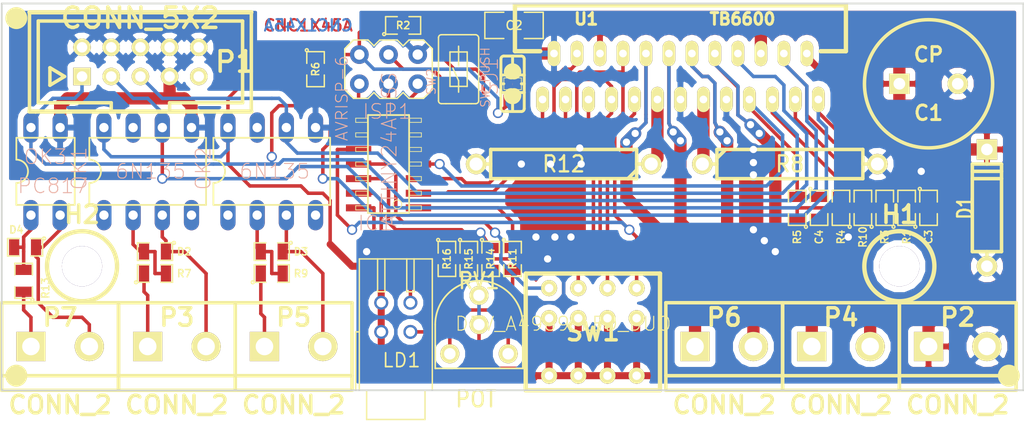
<source format=kicad_pcb>
(kicad_pcb (version 3) (host pcbnew "(2013-07-24 BZR 4251)-testing")
  (layers (15 F.Cu signal) (0 B.Cu signal) (18 B.Paste user) (19 F.Paste user) (20 B.SilkS user) (21 F.SilkS user) (22 B.Mask user) (23 F.Mask user) (28 Edge.Cuts user))
  (net 0 "")
  (net 1 +5V)
  (net 2 /Alert)
  (net 3 /DIR)
  (net 4 /ENABLE)
  (net 5 /LR_K)
  (net 6 /LTQ)
  (net 7 /LV_K)
  (net 8 /Latch/Auto)
  (net 9 /M1)
  (net 10 /M2)
  (net 11 /M3)
  (net 12 /MISO)
  (net 13 /MOSI)
  (net 14 /OSC)
  (net 15 /RST)
  (net 16 /SCK)
  (net 17 /STEP)
  (net 18 /TQ)
  (net 19 /Vcc)
  (net 20 /Vref)
  (net 21 GND)
  (net 22 N-0000024)
  (net 23 N-0000025)
  (net 24 N-0000026)
  (net 25 N-0000027)
  (net 26 N-0000028)
  (net 27 N-0000029)
  (net 28 N-0000030)
  (net 29 N-0000031)
  (net 30 N-0000032)
  (net 31 N-0000036)
  (net 32 N-0000037)
  (net 33 N-0000038)
  (net 34 N-0000040)
  (net 35 N-0000041)
  (net 36 N-0000042)
  (net 37 N-000005)
  (net 38 N-000006)
  (net 39 N-000008)
  (net 40 N-000009)
  (module AVRISP-6 (layer F.Cu) (at 156.845 128.27 90)
    (fp_text reference ISP1 (at -3.683 -0.127 180) (layer B.SilkS) (effects (font (size 1.27 1.27) (thickness 0.0889))))
    (fp_text value AVRISP-6 (at -2.54 -4.064 90) (layer B.SilkS) (effects (font (size 1.016 1.016) (thickness 0.0889))))
    (pad 1 thru_hole circle (at -1.27 -2.54 90) (size 1.6256 1.6256) (drill 0.899159) (layers *.Cu *.Mask) (net 12 /MISO))
    (pad 2 thru_hole circle (at 1.27 -2.54 90) (size 1.6256 1.6256) (drill 0.899159) (layers *.Cu *.Mask) (net 1 +5V))
    (pad 3 thru_hole circle (at -1.27 0 90) (size 1.6256 1.6256) (drill 0.899159) (layers *.Cu *.Mask) (net 16 /SCK))
    (pad 4 thru_hole circle (at 1.27 0 90) (size 1.6256 1.6256) (drill 0.899159) (layers *.Cu *.Mask) (net 13 /MOSI))
    (pad 5 thru_hole circle (at -1.27 2.54 90) (size 1.6256 1.6256) (drill 0.899159) (layers *.Cu *.Mask) (net 15 /RST))
    (pad 6 thru_hole circle (at 1.27 2.54 90) (size 1.6256 1.6256) (drill 0.899159) (layers *.Cu *.Mask) (net 21 GND))
  )
  (module optocoupler-2-DIL04 (layer F.Cu) (at 127 137.16)
    (fp_text reference OK3 (at 0 -1.27) (layer B.SilkS) (effects (font (size 1.27 1.27) (thickness 0.0889))))
    (fp_text value PC817 (at 0.635 1.27) (layer B.SilkS) (effects (font (size 1.27 1.27) (thickness 0.0889))))
    (pad 1 thru_hole oval (at -1.27 3.81) (size 1.3208 2.6416) (drill 0.812799) (layers *.Cu *.Mask) (net 36 N-0000042))
    (pad 2 thru_hole oval (at 1.27 3.81) (size 1.3208 2.6416) (drill 0.812799) (layers *.Cu *.Mask) (net 34 N-0000040))
    (pad 3 thru_hole oval (at 1.27 -3.81) (size 1.3208 2.6416) (drill 0.812799) (layers *.Cu *.Mask) (net 21 GND))
    (pad 4 thru_hole oval (at -1.27 -3.81) (size 1.3208 2.6416) (drill 0.812799) (layers *.Cu *.Mask) (net 4 /ENABLE))
  )
  (module RV2 (layer F.Cu) (at 164.719 151.765)
    (fp_text reference RV1 (at 0 -5.08) (layer F.SilkS) (effects (font (size 1.397 1.27) (thickness 0.2032))))
    (fp_text value POT (at -0.254 5.207) (layer F.SilkS) (effects (font (size 1.397 1.27) (thickness 0.2032))))
    (pad 2 thru_hole circle (at 0 -3.81) (size 1.651 1.651) (drill 1) (layers *.Cu *.Mask F.SilkS) (net 20 /Vref))
    (pad 1 thru_hole circle (at -2.54 1.27) (size 1.651 1.651) (drill 1) (layers *.Cu *.Mask F.SilkS) (net 23 N-0000025))
    (pad 2 thru_hole circle (at 0 -1.27) (size 1.651 1.651) (drill 1) (layers *.Cu *.Mask F.SilkS) (net 20 /Vref))
    (pad 3 thru_hole circle (at 2.54 1.27) (size 1.651 1.651) (drill 1) (layers *.Cu *.Mask F.SilkS) (net 24 N-0000026))
  )
  (module DIPS-DS04 (layer F.Cu) (at 174.625 151.13 180)
    (fp_text reference SW1 (at 0 0 180) (layer F.SilkS) (effects (font (thickness 0.3048))))
    (fp_text value DIPS_04 hide)
    (pad 8 thru_hole oval (at -3.81 1.19 180) (size 1.4 1.4) (drill 0.7366) (layers *.Cu *.Mask F.SilkS) (net 1 +5V))
    (pad 7 thru_hole oval (at -1.27 1.19 180) (size 1.4 1.4) (drill 0.7366) (layers *.Cu *.Mask F.SilkS) (net 1 +5V))
    (pad 6 thru_hole oval (at 1.27 1.19 180) (size 1.4 1.4) (drill 0.7366) (layers *.Cu *.Mask F.SilkS) (net 1 +5V))
    (pad 5 thru_hole oval (at 3.81 1.19 180) (size 1.4 1.4) (drill 0.7366) (layers *.Cu *.Mask F.SilkS) (net 1 +5V))
    (pad 1 thru_hole oval (at -3.81 3.81 180) (size 1.4 1.4) (drill 0.7366) (layers *.Cu *.Mask F.SilkS) (net 11 /M3))
    (pad 2 thru_hole oval (at -1.27 3.81 180) (size 1.4 1.4) (drill 0.7366) (layers *.Cu *.Mask F.SilkS) (net 10 /M2))
    (pad 3 thru_hole oval (at 1.27 3.81 180) (size 1.4 1.4) (drill 0.7366) (layers *.Cu *.Mask F.SilkS) (net 9 /M1))
    (pad 4 thru_hole oval (at 3.81 3.81 180) (size 1.4 1.4) (drill 0.7366) (layers *.Cu *.Mask F.SilkS) (net 6 /LTQ))
    (pad 5 thru_hole oval (at 3.81 -3.81 180) (size 1.4 1.4) (drill 0.7366) (layers *.Cu *.Mask F.SilkS) (net 1 +5V))
    (pad 6 thru_hole oval (at 1.27 -3.81 180) (size 1.4 1.4) (drill 0.7366) (layers *.Cu *.Mask F.SilkS) (net 1 +5V))
    (pad 7 thru_hole oval (at -1.27 -3.81 180) (size 1.4 1.4) (drill 0.7366) (layers *.Cu *.Mask F.SilkS) (net 1 +5V))
    (pad 8 thru_hole oval (at -3.81 -3.81 180) (size 1.4 1.4) (drill 0.7366) (layers *.Cu *.Mask F.SilkS) (net 1 +5V))
  )
  (module C2V10 (layer F.Cu) (at 203.835 129.54)
    (fp_text reference C1 (at 0 2.54) (layer F.SilkS) (effects (font (size 1.27 1.27) (thickness 0.254))))
    (fp_text value CP (at 0 -2.54) (layer F.SilkS) (effects (font (size 1.27 1.27) (thickness 0.254))))
    (pad 1 thru_hole rect (at -2.54 0) (size 1.778 1.778) (drill 1.016) (layers *.Cu *.Mask F.SilkS) (net 19 /Vcc))
    (pad 2 thru_hole circle (at 2.54 0) (size 1.778 1.778) (drill 1.016) (layers *.Cu *.Mask F.SilkS) (net 21 GND))
  )
  (module SM0805 (layer F.Cu) (at 136.525 144.145 180)
    (fp_text reference D2 (at -2.54 0 180) (layer F.SilkS) (effects (font (size 0.635 0.635) (thickness 0.127))))
    (fp_text value DIODE hide)
    (pad 1 smd rect (at -0.9525 0 180) (size 0.889 1.397) (layers F.Cu F.Paste F.Mask) (net 33 N-0000038))
    (pad 2 smd rect (at 0.9525 0 180) (size 0.889 1.397) (layers F.Cu F.Paste F.Mask) (net 32 N-0000037))
  )
  (module SM0805 (layer F.Cu) (at 161.925 144.78 270)
    (fp_text reference R16 (at 0 0 270) (layer F.SilkS) (effects (font (size 0.635 0.635) (thickness 0.127))))
    (fp_text value R hide)
    (pad 1 smd rect (at -0.9525 0 270) (size 0.889 1.397) (layers F.Cu F.Paste F.Mask) (net 5 /LR_K))
    (pad 2 smd rect (at 0.9525 0 270) (size 0.889 1.397) (layers F.Cu F.Paste F.Mask) (net 39 N-000008))
  )
  (module SM0805 (layer F.Cu) (at 163.83 144.78 270)
    (fp_text reference R15 (at 0 0 270) (layer F.SilkS) (effects (font (size 0.635 0.635) (thickness 0.127))))
    (fp_text value R hide)
    (pad 1 smd rect (at -0.9525 0 270) (size 0.889 1.397) (layers F.Cu F.Paste F.Mask) (net 7 /LV_K))
    (pad 2 smd rect (at 0.9525 0 270) (size 0.889 1.397) (layers F.Cu F.Paste F.Mask) (net 40 N-000009))
  )
  (module SM0805 (layer F.Cu) (at 194.31 140.335 270)
    (fp_text reference C4 (at 2.54 0 270) (layer F.SilkS) (effects (font (size 0.635 0.635) (thickness 0.127))))
    (fp_text value C hide)
    (pad 1 smd rect (at -0.9525 0 270) (size 0.889 1.397) (layers F.Cu F.Paste F.Mask) (net 15 /RST))
    (pad 2 smd rect (at 0.9525 0 270) (size 0.889 1.397) (layers F.Cu F.Paste F.Mask) (net 21 GND))
  )
  (module SM0805 (layer F.Cu) (at 150.495 128.27 270)
    (fp_text reference R6 (at 0 0 270) (layer F.SilkS) (effects (font (size 0.635 0.635) (thickness 0.127))))
    (fp_text value R hide)
    (pad 1 smd rect (at -0.9525 0 270) (size 0.889 1.397) (layers F.Cu F.Paste F.Mask) (net 1 +5V))
    (pad 2 smd rect (at 0.9525 0 270) (size 0.889 1.397) (layers F.Cu F.Paste F.Mask) (net 4 /ENABLE))
  )
  (module SM0805 (layer F.Cu) (at 192.405 140.335 90)
    (fp_text reference R5 (at -2.54 0 90) (layer F.SilkS) (effects (font (size 0.635 0.635) (thickness 0.127))))
    (fp_text value R hide)
    (pad 1 smd rect (at -0.9525 0 90) (size 0.889 1.397) (layers F.Cu F.Paste F.Mask) (net 1 +5V))
    (pad 2 smd rect (at 0.9525 0 90) (size 0.889 1.397) (layers F.Cu F.Paste F.Mask) (net 15 /RST))
  )
  (module SM0805 (layer F.Cu) (at 196.215 140.335 90)
    (fp_text reference R4 (at -2.54 0 90) (layer F.SilkS) (effects (font (size 0.635 0.635) (thickness 0.127))))
    (fp_text value R hide)
    (pad 1 smd rect (at -0.9525 0 90) (size 0.889 1.397) (layers F.Cu F.Paste F.Mask) (net 1 +5V))
    (pad 2 smd rect (at 0.9525 0 90) (size 0.889 1.397) (layers F.Cu F.Paste F.Mask) (net 17 /STEP))
  )
  (module SM0805 (layer F.Cu) (at 200.025 140.335 90)
    (fp_text reference R3 (at -2.54 0 90) (layer F.SilkS) (effects (font (size 0.635 0.635) (thickness 0.127))))
    (fp_text value R hide)
    (pad 1 smd rect (at -0.9525 0 90) (size 0.889 1.397) (layers F.Cu F.Paste F.Mask) (net 1 +5V))
    (pad 2 smd rect (at 0.9525 0 90) (size 0.889 1.397) (layers F.Cu F.Paste F.Mask) (net 3 /DIR))
  )
  (module SM0805 (layer F.Cu) (at 146.685 144.145 180)
    (fp_text reference D3 (at -2.54 0 180) (layer F.SilkS) (effects (font (size 0.635 0.635) (thickness 0.127))))
    (fp_text value DIODE hide)
    (pad 1 smd rect (at -0.9525 0 180) (size 0.889 1.397) (layers F.Cu F.Paste F.Mask) (net 22 N-0000024))
    (pad 2 smd rect (at 0.9525 0 180) (size 0.889 1.397) (layers F.Cu F.Paste F.Mask) (net 38 N-000006))
  )
  (module SM0805 (layer F.Cu) (at 146.685 146.05)
    (fp_text reference R9 (at 2.54 0) (layer F.SilkS) (effects (font (size 0.635 0.635) (thickness 0.127))))
    (fp_text value R hide)
    (pad 1 smd rect (at -0.9525 0) (size 0.889 1.397) (layers F.Cu F.Paste F.Mask) (net 37 N-000005))
    (pad 2 smd rect (at 0.9525 0) (size 0.889 1.397) (layers F.Cu F.Paste F.Mask) (net 38 N-000006))
  )
  (module SM0805 (layer F.Cu) (at 125.222 143.764 180)
    (fp_text reference D4 (at 0.762 1.524 180) (layer F.SilkS) (effects (font (size 0.635 0.635) (thickness 0.127))))
    (fp_text value DIODE hide)
    (pad 1 smd rect (at -0.9525 0 180) (size 0.889 1.397) (layers F.Cu F.Paste F.Mask) (net 34 N-0000040))
    (pad 2 smd rect (at 0.9525 0 180) (size 0.889 1.397) (layers F.Cu F.Paste F.Mask) (net 36 N-0000042))
  )
  (module SM0805 (layer F.Cu) (at 125.095 146.685 90)
    (fp_text reference R13 (at -0.635 1.905 90) (layer F.SilkS) (effects (font (size 0.635 0.635) (thickness 0.127))))
    (fp_text value R hide)
    (pad 1 smd rect (at -0.9525 0 90) (size 0.889 1.397) (layers F.Cu F.Paste F.Mask) (net 35 N-0000041))
    (pad 2 smd rect (at 0.9525 0 90) (size 0.889 1.397) (layers F.Cu F.Paste F.Mask) (net 36 N-0000042))
  )
  (module SM0805 (layer F.Cu) (at 136.525 146.05)
    (fp_text reference R7 (at 2.54 0) (layer F.SilkS) (effects (font (size 0.635 0.635) (thickness 0.127))))
    (fp_text value R hide)
    (pad 1 smd rect (at -0.9525 0) (size 0.889 1.397) (layers F.Cu F.Paste F.Mask) (net 31 N-0000036))
    (pad 2 smd rect (at 0.9525 0) (size 0.889 1.397) (layers F.Cu F.Paste F.Mask) (net 32 N-0000037))
  )
  (module SM0805 (layer F.Cu) (at 198.12 140.335 90)
    (fp_text reference R10 (at -2.54 0 90) (layer F.SilkS) (effects (font (size 0.635 0.635) (thickness 0.127))))
    (fp_text value 51k hide)
    (pad 1 smd rect (at -0.9525 0 90) (size 0.889 1.397) (layers F.Cu F.Paste F.Mask) (net 21 GND))
    (pad 2 smd rect (at 0.9525 0 90) (size 0.889 1.397) (layers F.Cu F.Paste F.Mask) (net 14 /OSC))
  )
  (module SM0805 (layer F.Cu) (at 203.835 140.335 270)
    (fp_text reference C3 (at 2.54 0 270) (layer F.SilkS) (effects (font (size 0.635 0.635) (thickness 0.127))))
    (fp_text value C hide)
    (pad 1 smd rect (at -0.9525 0 270) (size 0.889 1.397) (layers F.Cu F.Paste F.Mask) (net 21 GND))
    (pad 2 smd rect (at 0.9525 0 270) (size 0.889 1.397) (layers F.Cu F.Paste F.Mask) (net 1 +5V))
  )
  (module SM0805 (layer F.Cu) (at 167.64 144.78 270)
    (fp_text reference R11 (at 0 0 270) (layer F.SilkS) (effects (font (size 0.635 0.635) (thickness 0.127))))
    (fp_text value R hide)
    (pad 1 smd rect (at -0.9525 0 270) (size 0.889 1.397) (layers F.Cu F.Paste F.Mask) (net 1 +5V))
    (pad 2 smd rect (at 0.9525 0 270) (size 0.889 1.397) (layers F.Cu F.Paste F.Mask) (net 24 N-0000026))
  )
  (module SM0805 (layer F.Cu) (at 201.93 140.335 90)
    (fp_text reference R1 (at -2.54 0 90) (layer F.SilkS) (effects (font (size 0.635 0.635) (thickness 0.127))))
    (fp_text value R hide)
    (pad 1 smd rect (at -0.9525 0 90) (size 0.889 1.397) (layers F.Cu F.Paste F.Mask) (net 1 +5V))
    (pad 2 smd rect (at 0.9525 0 90) (size 0.889 1.397) (layers F.Cu F.Paste F.Mask) (net 12 /MISO))
  )
  (module SM0805 (layer F.Cu) (at 165.735 144.78 270)
    (fp_text reference R14 (at 0 0 270) (layer F.SilkS) (effects (font (size 0.635 0.635) (thickness 0.127))))
    (fp_text value R hide)
    (pad 1 smd rect (at -0.9525 0 270) (size 0.889 1.397) (layers F.Cu F.Paste F.Mask) (net 21 GND))
    (pad 2 smd rect (at 0.9525 0 270) (size 0.889 1.397) (layers F.Cu F.Paste F.Mask) (net 23 N-0000025))
  )
  (module SM0805 (layer F.Cu) (at 158.115 124.46)
    (fp_text reference R2 (at 0 0) (layer F.SilkS) (effects (font (size 0.635 0.635) (thickness 0.127))))
    (fp_text value R hide)
    (pad 1 smd rect (at -0.9525 0) (size 0.889 1.397) (layers F.Cu F.Paste F.Mask) (net 1 +5V))
    (pad 2 smd rect (at 0.9525 0) (size 0.889 1.397) (layers F.Cu F.Paste F.Mask) (net 2 /Alert))
  )
  (module HZIP25-P-1.00F (layer F.Cu) (at 182.245 128.905)
    (fp_text reference U1 (at -8.2 -5) (layer F.SilkS) (effects (font (size 1.016 1.016) (thickness 0.254))))
    (fp_text value TB6600 (at 5.4 -5) (layer F.SilkS) (effects (font (size 1.016 1.016) (thickness 0.254))))
    (pad 1 thru_hole oval (at -12 2) (size 1.1 2.2) (drill 0.67) (layers *.Cu *.Mask F.SilkS) (net 2 /Alert))
    (pad 2 thru_hole oval (at -11 -2) (size 1.1 2.2) (drill 0.67) (layers *.Cu *.Mask F.SilkS) (net 21 GND))
    (pad 3 thru_hole oval (at -10 2) (size 1.1 2.2) (drill 0.67) (layers *.Cu *.Mask F.SilkS) (net 18 /TQ))
    (pad 4 thru_hole oval (at -9 -2) (size 1.1 2.2) (drill 0.67) (layers *.Cu *.Mask F.SilkS) (net 8 /Latch/Auto))
    (pad 5 thru_hole oval (at -8 2) (size 1.1 2.2) (drill 0.67) (layers *.Cu *.Mask F.SilkS) (net 20 /Vref))
    (pad 6 thru_hole oval (at -7 -2) (size 1.1 2.2) (drill 0.67) (layers *.Cu *.Mask F.SilkS) (net 19 /Vcc))
    (pad 7 thru_hole oval (at -6 2) (size 1.1 2.2) (drill 0.67) (layers *.Cu *.Mask F.SilkS) (net 9 /M1))
    (pad 8 thru_hole oval (at -5 -2) (size 1.1 2.2) (drill 0.67) (layers *.Cu *.Mask F.SilkS) (net 10 /M2))
    (pad 9 thru_hole oval (at -4 2) (size 1.1 2.2) (drill 0.67) (layers *.Cu *.Mask F.SilkS) (net 11 /M3))
    (pad 10 thru_hole oval (at -3 -2) (size 1.1 2.2) (drill 0.67) (layers *.Cu *.Mask F.SilkS) (net 25 N-0000027))
    (pad 11 thru_hole oval (at -2 2) (size 1.1 2.2) (drill 0.67) (layers *.Cu *.Mask F.SilkS) (net 29 N-0000031))
    (pad 12 thru_hole oval (at -1 -2) (size 1.1 2.2) (drill 0.67) (layers *.Cu *.Mask F.SilkS) (net 26 N-0000028))
    (pad 13 thru_hole oval (at 0 2) (size 1.1 2.2) (drill 0.67) (layers *.Cu *.Mask F.SilkS) (net 21 GND))
    (pad 14 thru_hole oval (at 1 -2) (size 1.1 2.2) (drill 0.67) (layers *.Cu *.Mask F.SilkS) (net 27 N-0000029))
    (pad 15 thru_hole oval (at 2 2) (size 1.1 2.2) (drill 0.67) (layers *.Cu *.Mask F.SilkS) (net 30 N-0000032))
    (pad 16 thru_hole oval (at 3 -2) (size 1.1 2.2) (drill 0.67) (layers *.Cu *.Mask F.SilkS) (net 28 N-0000030))
    (pad 17 thru_hole oval (at 4 2) (size 1.1 2.2) (drill 0.67) (layers *.Cu *.Mask F.SilkS) (net 21 GND))
    (pad 18 thru_hole oval (at 5 -2) (size 1.1 2.2) (drill 0.67) (layers *.Cu *.Mask F.SilkS) (net 4 /ENABLE))
    (pad 19 thru_hole oval (at 6 2) (size 1.1 2.2) (drill 0.67) (layers *.Cu *.Mask F.SilkS) (net 15 /RST))
    (pad 20 thru_hole oval (at 7 -2) (size 1.1 2.2) (drill 0.67) (layers *.Cu *.Mask F.SilkS) (net 19 /Vcc))
    (pad 21 thru_hole oval (at 8 2) (size 1.1 2.2) (drill 0.67) (layers *.Cu *.Mask F.SilkS) (net 17 /STEP))
    (pad 22 thru_hole oval (at 9 -2) (size 1.1 2.2) (drill 0.67) (layers *.Cu *.Mask F.SilkS) (net 3 /DIR))
    (pad 23 thru_hole oval (at 10 2) (size 1.1 2.2) (drill 0.67) (layers *.Cu *.Mask F.SilkS) (net 14 /OSC))
    (pad 24 thru_hole oval (at 11 -2) (size 1.1 2.2) (drill 0.67) (layers *.Cu *.Mask F.SilkS) (net 1 +5V))
    (pad 25 thru_hole oval (at 12 2) (size 1.1 2.2) (drill 0.67) (layers *.Cu *.Mask F.SilkS) (net 12 /MISO))
  )
  (module he10-10d-short (layer F.Cu) (at 135.255 127.635)
    (fp_text reference P1 (at 8.255 0) (layer F.SilkS) (effects (font (size 1.778 1.778) (thickness 0.3048))))
    (fp_text value CONN_5X2 (at 0 -3.81) (layer F.SilkS) (effects (font (size 1.778 1.778) (thickness 0.3048))))
    (pad 1 thru_hole rect (at -5.08 1.27) (size 1.524 1.524) (drill 0.914398) (layers *.Cu *.Mask F.SilkS) (net 4 /ENABLE))
    (pad 2 thru_hole circle (at -5.08 -1.27) (size 1.524 1.524) (drill 0.914398) (layers *.Cu *.Mask F.SilkS) (net 21 GND))
    (pad 3 thru_hole circle (at -2.54 1.27) (size 1.524 1.524) (drill 0.914398) (layers *.Cu *.Mask F.SilkS) (net 3 /DIR))
    (pad 4 thru_hole circle (at -2.54 -1.27) (size 1.524 1.524) (drill 0.914398) (layers *.Cu *.Mask F.SilkS) (net 21 GND))
    (pad 5 thru_hole circle (at 0 1.27) (size 1.524 1.524) (drill 0.914398) (layers *.Cu *.Mask F.SilkS) (net 17 /STEP))
    (pad 6 thru_hole circle (at 0 -1.27) (size 1.524 1.524) (drill 0.914398) (layers *.Cu *.Mask F.SilkS) (net 21 GND))
    (pad 7 thru_hole circle (at 2.54 1.27) (size 1.524 1.524) (drill 0.914398) (layers *.Cu *.Mask F.SilkS) (net 21 GND))
    (pad 8 thru_hole circle (at 2.54 -1.27) (size 1.524 1.524) (drill 0.914398) (layers *.Cu *.Mask F.SilkS) (net 21 GND))
    (pad 9 thru_hole circle (at 5.08 1.27) (size 1.524 1.524) (drill 0.914398) (layers *.Cu *.Mask F.SilkS))
    (pad 10 thru_hole circle (at 5.08 -1.27) (size 1.524 1.524) (drill 0.914398) (layers *.Cu *.Mask F.SilkS) (net 21 GND))
  )
  (module D4 (layer F.Cu) (at 208.915 140.335 90)
    (fp_text reference D1 (at 0 -1.905 90) (layer F.SilkS) (effects (font (size 1.27 1.016) (thickness 0.2032))))
    (fp_text value P4KE47A hide)
    (pad 1 thru_hole circle (at -5.08 0 90) (size 1.778 1.778) (drill 1.016) (layers *.Cu *.Mask F.SilkS) (net 21 GND))
    (pad 2 thru_hole rect (at 5.08 0 90) (size 1.778 1.778) (drill 1.016) (layers *.Cu *.Mask F.SilkS) (net 19 /Vcc))
  )
  (module bornier2 (layer F.Cu) (at 148.59 152.4)
    (fp_text reference P5 (at 0 -2.54) (layer F.SilkS) (effects (font (thickness 0.3048))))
    (fp_text value CONN_2 (at 0 5.08) (layer F.SilkS) (effects (font (thickness 0.3048))))
    (pad 1 thru_hole rect (at -2.54 0) (size 2.54 2.54) (drill 1.524) (layers *.Cu *.Mask F.SilkS) (net 37 N-000005))
    (pad 2 thru_hole circle (at 2.54 0) (size 2.54 2.54) (drill 1.524) (layers *.Cu *.Mask F.SilkS) (net 22 N-0000024))
  )
  (module bornier2 (layer F.Cu) (at 128.27 152.4)
    (fp_text reference P7 (at 0 -2.54) (layer F.SilkS) (effects (font (thickness 0.3048))))
    (fp_text value CONN_2 (at 0 5.08) (layer F.SilkS) (effects (font (thickness 0.3048))))
    (pad 1 thru_hole rect (at -2.54 0) (size 2.54 2.54) (drill 1.524) (layers *.Cu *.Mask F.SilkS) (net 35 N-0000041))
    (pad 2 thru_hole circle (at 2.54 0) (size 2.54 2.54) (drill 1.524) (layers *.Cu *.Mask F.SilkS) (net 34 N-0000040))
  )
  (module bornier2 (layer F.Cu) (at 138.43 152.4)
    (fp_text reference P3 (at 0 -2.54) (layer F.SilkS) (effects (font (thickness 0.3048))))
    (fp_text value CONN_2 (at 0 5.08) (layer F.SilkS) (effects (font (thickness 0.3048))))
    (pad 1 thru_hole rect (at -2.54 0) (size 2.54 2.54) (drill 1.524) (layers *.Cu *.Mask F.SilkS) (net 31 N-0000036))
    (pad 2 thru_hole circle (at 2.54 0) (size 2.54 2.54) (drill 1.524) (layers *.Cu *.Mask F.SilkS) (net 33 N-0000038))
  )
  (module bornier2 (layer F.Cu) (at 186.055 152.4)
    (fp_text reference P6 (at 0 -2.54) (layer F.SilkS) (effects (font (thickness 0.3048))))
    (fp_text value CONN_2 (at 0 5.08) (layer F.SilkS) (effects (font (thickness 0.3048))))
    (pad 1 thru_hole rect (at -2.54 0) (size 2.54 2.54) (drill 1.524) (layers *.Cu *.Mask F.SilkS) (net 25 N-0000027))
    (pad 2 thru_hole circle (at 2.54 0) (size 2.54 2.54) (drill 1.524) (layers *.Cu *.Mask F.SilkS) (net 26 N-0000028))
  )
  (module bornier2 (layer F.Cu) (at 196.215 152.4)
    (fp_text reference P4 (at 0 -2.54) (layer F.SilkS) (effects (font (thickness 0.3048))))
    (fp_text value CONN_2 (at 0 5.08) (layer F.SilkS) (effects (font (thickness 0.3048))))
    (pad 1 thru_hole rect (at -2.54 0) (size 2.54 2.54) (drill 1.524) (layers *.Cu *.Mask F.SilkS) (net 27 N-0000029))
    (pad 2 thru_hole circle (at 2.54 0) (size 2.54 2.54) (drill 1.524) (layers *.Cu *.Mask F.SilkS) (net 28 N-0000030))
  )
  (module bornier2 (layer F.Cu) (at 206.375 152.4)
    (fp_text reference P2 (at 0 -2.54) (layer F.SilkS) (effects (font (thickness 0.3048))))
    (fp_text value CONN_2 (at 0 5.08) (layer F.SilkS) (effects (font (thickness 0.3048))))
    (pad 1 thru_hole rect (at -2.54 0) (size 2.54 2.54) (drill 1.524) (layers *.Cu *.Mask F.SilkS) (net 19 /Vcc))
    (pad 2 thru_hole circle (at 2.54 0) (size 2.54 2.54) (drill 1.524) (layers *.Cu *.Mask F.SilkS) (net 21 GND))
  )
  (module olimex-JUMPER_SJ_2 (layer F.Cu) (at 167.64 129.54 90)
    (fp_text reference SJ1 (at 0.635 -1.905 90) (layer B.SilkS) (effects (font (size 1.27 1.27) (thickness 0.0889))))
    (fp_text value JUMPER_SJ2W (at -0.0381 -0.00762 90) (layer B.SilkS) (effects (font (size 0.01778 0.01778) (thickness 0.0889))))
    (pad 1 smd rect (at -1.524 0 90) (size 1.1684 1.6002) (layers F.Cu F.Paste F.Mask) (net 1 +5V))
    (pad 2 smd rect (at 0 0 90) (size 1.1684 1.6002) (layers F.Cu F.Paste F.Mask) (net 8 /Latch/Auto))
    (pad 3 smd rect (at 1.524 0 90) (size 1.1684 1.6002) (layers F.Cu F.Paste F.Mask) (net 21 GND))
  )
  (module SO14 (layer F.Cu) (at 156.845 136.525 90)
    (fp_text reference IC1 (at -5.1435 -1.143 180) (layer B.SilkS) (effects (font (size 1.27 1.27) (thickness 0.0889))))
    (fp_text value ATTINY24A-SS (at 1.27 0.0635 90) (layer B.SilkS) (effects (font (size 1.27 1.27) (thickness 0.0889))))
    (pad 1 smd rect (at -3.81 2.6035 90) (size 0.6096 2.20726) (layers F.Cu F.Paste F.Mask) (net 1 +5V))
    (pad 2 smd rect (at -2.54 2.6035 90) (size 0.6096 2.20726) (layers F.Cu F.Paste F.Mask) (net 9 /M1))
    (pad 3 smd rect (at -1.27 2.6035 90) (size 0.6096 2.20726) (layers F.Cu F.Paste F.Mask) (net 18 /TQ))
    (pad 4 smd rect (at 0 2.6035 90) (size 0.6096 2.20726) (layers F.Cu F.Paste F.Mask) (net 15 /RST))
    (pad 5 smd rect (at 1.27 2.6035 90) (size 0.6096 2.20726) (layers F.Cu F.Paste F.Mask) (net 10 /M2))
    (pad 6 smd rect (at 2.54 2.6035 90) (size 0.6096 2.20726) (layers F.Cu F.Paste F.Mask) (net 2 /Alert))
    (pad 7 smd rect (at 3.81 2.6035 90) (size 0.6096 2.20726) (layers F.Cu F.Paste F.Mask) (net 13 /MOSI))
    (pad 8 smd rect (at 3.81 -2.6035 90) (size 0.6096 2.20726) (layers F.Cu F.Paste F.Mask) (net 12 /MISO))
    (pad 9 smd rect (at 2.54 -2.6035 90) (size 0.6096 2.20726) (layers F.Cu F.Paste F.Mask) (net 16 /SCK))
    (pad 10 smd rect (at 1.27 -2.6035 90) (size 0.6096 2.20726) (layers F.Cu F.Paste F.Mask) (net 11 /M3))
    (pad 11 smd rect (at 0 -2.6035 90) (size 0.6096 2.20726) (layers F.Cu F.Paste F.Mask) (net 6 /LTQ))
    (pad 12 smd rect (at -1.27 -2.6035 90) (size 0.6096 2.20726) (layers F.Cu F.Paste F.Mask) (net 7 /LV_K))
    (pad 13 smd rect (at -2.54 -2.6035 90) (size 0.6096 2.20726) (layers F.Cu F.Paste F.Mask) (net 5 /LR_K))
    (pad 14 smd rect (at -3.81 -2.6035 90) (size 0.6096 2.20726) (layers F.Cu F.Paste F.Mask) (net 21 GND))
  )
  (module SM1206 (layer F.Cu) (at 167.767 124.46 180)
    (fp_text reference C2 (at 0 0 180) (layer F.SilkS) (effects (font (size 0.762 0.762) (thickness 0.127))))
    (fp_text value 1u hide)
    (pad 1 smd rect (at -1.651 0 180) (size 1.524 2.032) (layers F.Cu F.Paste F.Mask) (net 19 /Vcc))
    (pad 2 smd rect (at 1.651 0 180) (size 1.524 2.032) (layers F.Cu F.Paste F.Mask) (net 21 GND))
  )
  (module R6 (layer F.Cu) (at 191.77 136.525)
    (fp_text reference R8 (at 0 0) (layer F.SilkS) (effects (font (size 1.397 1.27) (thickness 0.2032))))
    (fp_text value R hide)
    (pad 1 thru_hole circle (at -7.62 0) (size 1.778 1.778) (drill 1.143) (layers *.Cu *.Mask F.SilkS) (net 30 N-0000032))
    (pad 2 thru_hole circle (at 7.62 0) (size 1.778 1.778) (drill 1.143) (layers *.Cu *.Mask F.SilkS) (net 21 GND))
  )
  (module R6 (layer F.Cu) (at 172.085 136.525 180)
    (fp_text reference R12 (at 0 0 180) (layer F.SilkS) (effects (font (size 1.397 1.27) (thickness 0.2032))))
    (fp_text value R hide)
    (pad 1 thru_hole circle (at -7.62 0 180) (size 1.778 1.778) (drill 1.143) (layers *.Cu *.Mask F.SilkS) (net 29 N-0000031))
    (pad 2 thru_hole circle (at 7.62 0 180) (size 1.778 1.778) (drill 1.143) (layers *.Cu *.Mask F.SilkS) (net 21 GND))
  )
  (module LED_DUO (layer F.Cu) (at 157.48 149.86)
    (fp_text reference LD1 (at -1.27 4.445) (layer F.SilkS) (effects (font (size 1.2065 1.2065) (thickness 0.14478)) (justify left bottom)))
    (fp_text value DRV_A4989_LED_DUO (at 5.08 1.27) (layer F.SilkS) (effects (font (size 1.2065 1.2065) (thickness 0.09652)) (justify left bottom)))
    (pad LV_A thru_hole circle (at -1.27 1.27) (size 1.2192 1.2192) (drill 0.812799) (layers *.Cu *.Mask) (net 1 +5V))
    (pad LV_K thru_hole circle (at 1.27 1.27) (size 1.2192 1.2192) (drill 0.812799) (layers *.Cu *.Mask) (net 40 N-000009))
    (pad LR_A thru_hole circle (at -1.27 -1.27) (size 1.2192 1.2192) (drill 0.812799) (layers *.Cu *.Mask) (net 1 +5V))
    (pad LR_K thru_hole circle (at 1.27 -1.27) (size 1.2192 1.2192) (drill 0.812799) (layers *.Cu *.Mask) (net 39 N-000008))
  )
  (module TACTILE-SWITCH-SMD-1101NE (layer F.Cu) (at 162.941 128.27 90)
    (fp_text reference SW2 (at -1.09474 -2.37998 90) (layer B.SilkS) (effects (font (size 0.762 0.762) (thickness 0.0889))))
    (fp_text value SW_PUSH (at -0.71374 2.31648 90) (layer B.SilkS) (effects (font (size 0.762 0.762) (thickness 0.0889))))
    (pad 1 smd rect (at -3.1496 0 90) (size 2.2987 1.59766) (layers F.Cu F.Paste F.Mask) (net 13 /MOSI))
    (pad 2 smd rect (at 3.1496 0 90) (size 2.2987 1.59766) (layers F.Cu F.Paste F.Mask) (net 21 GND))
  )
  (module olimex-SPARKFUNEAGLE-6-6-07_FIDUCIAL-1.5X3 (layer F.Cu) (at 210.82 154.94)
    (fp_text reference LB1 (at 0 0) (layer F.SilkS) (effects (font (size 0.0004 0.0004) (thickness 0.00012))))
    (fp_text value FIDUCIAL (at 0 0) (layer F.SilkS) (effects (font (size 0.0004 0.0004) (thickness 0.00012))))
    (pad 1 smd circle (at 0 0) (size 1.4986 1.4986) (layers F.Cu F.SilkS F.Mask))
  )
  (module olimex-SPARKFUNEAGLE-6-6-07_FIDUCIAL-1.5X3 (layer F.Cu) (at 124.46 154.94)
    (fp_text reference LB2 (at 0 0) (layer F.SilkS) (effects (font (size 0.0004 0.0004) (thickness 0.00012))))
    (fp_text value FIDUCIAL (at 0 0) (layer F.SilkS) (effects (font (size 0.0004 0.0004) (thickness 0.00012))))
    (pad 1 smd circle (at 0 0) (size 1.4986 1.4986) (layers F.Cu F.SilkS F.Mask))
  )
  (module olimex-SPARKFUNEAGLE-6-6-07_FIDUCIAL-1.5X3 (layer F.Cu) (at 124.46 123.825)
    (fp_text reference LB3 (at 0 0) (layer F.SilkS) (effects (font (size 0.0004 0.0004) (thickness 0.00012))))
    (fp_text value FIDUCIAL (at 0 0) (layer F.SilkS) (effects (font (size 0.0004 0.0004) (thickness 0.00012))))
    (pad 1 smd circle (at 0 0) (size 1.4986 1.4986) (layers F.Cu F.SilkS F.Mask))
  )
  (module MountingHole_3-5mm_RevA_Date21Jun2010 (layer F.Cu) (at 201.295 145.415)
    (fp_text reference H1 (at 0 -4.50088) (layer F.SilkS) (effects (font (thickness 0.3048))))
    (fp_text value MOUNT_HOLE hide)
    (pad 1 thru_hole circle (at 0 0) (size 3.50012 3.50012) (drill 3.500119) (layers *.Cu))
  )
  (module MountingHole_3-5mm_RevA_Date21Jun2010 (layer F.Cu) (at 130.175 145.415)
    (fp_text reference H2 (at 0 -4.50088) (layer F.SilkS) (effects (font (thickness 0.3048))))
    (fp_text value MOUNT_HOLE hide)
    (pad 1 thru_hole circle (at 0 0) (size 3.50012 3.50012) (drill 3.500119) (layers *.Cu))
  )
  (module optocoupler-2-DIL08 (layer F.Cu) (at 146.685 137.16)
    (fp_text reference OK2 (at -5.969 -0.254 90) (layer B.SilkS) (effects (font (size 1.27 1.27) (thickness 0.0889))))
    (fp_text value 6N135 (at 0.254 0) (layer B.SilkS) (effects (font (size 1.27 1.27) (thickness 0.0889))))
    (pad 1 thru_hole oval (at -3.81 3.81) (size 1.3208 2.6416) (drill 0.812799) (layers *.Cu *.Mask))
    (pad 2 thru_hole oval (at -1.27 3.81) (size 1.3208 2.6416) (drill 0.812799) (layers *.Cu *.Mask) (net 38 N-000006))
    (pad 3 thru_hole oval (at 1.27 3.81) (size 1.3208 2.6416) (drill 0.812799) (layers *.Cu *.Mask) (net 22 N-0000024))
    (pad 4 thru_hole oval (at 3.81 3.81) (size 1.3208 2.6416) (drill 0.812799) (layers *.Cu *.Mask))
    (pad 5 thru_hole oval (at 3.81 -3.81) (size 1.3208 2.6416) (drill 0.812799) (layers *.Cu *.Mask) (net 21 GND))
    (pad 6 thru_hole oval (at 1.27 -3.81) (size 1.3208 2.6416) (drill 0.812799) (layers *.Cu *.Mask) (net 17 /STEP))
    (pad 7 thru_hole oval (at -1.27 -3.81) (size 1.3208 2.6416) (drill 0.812799) (layers *.Cu *.Mask))
    (pad 8 thru_hole oval (at -3.81 -3.81) (size 1.3208 2.6416) (drill 0.812799) (layers *.Cu *.Mask) (net 1 +5V))
  )
  (module optocoupler-2-DIL08 (layer F.Cu) (at 135.89 137.16)
    (fp_text reference OK1 (at -5.969 -0.254 90) (layer B.SilkS) (effects (font (size 1.27 1.27) (thickness 0.0889))))
    (fp_text value 6N135 (at 0.254 0) (layer B.SilkS) (effects (font (size 1.27 1.27) (thickness 0.0889))))
    (pad 1 thru_hole oval (at -3.81 3.81) (size 1.3208 2.6416) (drill 0.812799) (layers *.Cu *.Mask))
    (pad 2 thru_hole oval (at -1.27 3.81) (size 1.3208 2.6416) (drill 0.812799) (layers *.Cu *.Mask) (net 32 N-0000037))
    (pad 3 thru_hole oval (at 1.27 3.81) (size 1.3208 2.6416) (drill 0.812799) (layers *.Cu *.Mask) (net 33 N-0000038))
    (pad 4 thru_hole oval (at 3.81 3.81) (size 1.3208 2.6416) (drill 0.812799) (layers *.Cu *.Mask))
    (pad 5 thru_hole oval (at 3.81 -3.81) (size 1.3208 2.6416) (drill 0.812799) (layers *.Cu *.Mask) (net 21 GND))
    (pad 6 thru_hole oval (at 1.27 -3.81) (size 1.3208 2.6416) (drill 0.812799) (layers *.Cu *.Mask) (net 3 /DIR))
    (pad 7 thru_hole oval (at -1.27 -3.81) (size 1.3208 2.6416) (drill 0.812799) (layers *.Cu *.Mask))
    (pad 8 thru_hole oval (at -3.81 -3.81) (size 1.3208 2.6416) (drill 0.812799) (layers *.Cu *.Mask) (net 1 +5V))
  )
  (gr_text CNC1X45A (at 149.86 124.46) (layer F.Cu) (effects (font (size 1 1) (thickness 0.1778))))
  (gr_text CNC1X45A (at 149.86 124.46) (layer B.Cu) (effects (font (size 1 1) (thickness 0.1778)) (justify mirror)))
  (gr_line (start 123.19 156.21) (end 123.19 154.94) (angle 90) (layer Edge.Cuts) (width 0.15))
  (gr_line (start 212.09 156.21) (end 212.09 154.94) (angle 90) (layer Edge.Cuts) (width 0.15))
  (gr_line (start 212.09 122.555) (end 212.09 154.94) (angle 90) (layer Edge.Cuts) (width 0.15))
  (gr_line (start 123.19 122.555) (end 123.19 154.94) (angle 90) (layer Edge.Cuts) (width 0.15))
  (gr_line (start 212.09 156.21) (end 123.19 156.21) (angle 90) (layer Edge.Cuts) (width 0.15))
  (gr_line (start 123.19 122.555) (end 212.09 122.555) (angle 90) (layer Edge.Cuts) (width 0.15))
  (segment (start 166.37 132.08) (end 166.37 130.81) (width 0.3048) (layer B.Cu) (net 1))
  (segment (start 166.37 130.81) (end 163.83 128.27) (width 0.3048) (layer B.Cu) (net 1))
  (segment (start 156.21 151.13) (end 156.21 153.035) (width 0.6096) (layer F.Cu) (net 1))
  (segment (start 156.21 153.035) (end 158.369 155.194) (width 0.6096) (layer F.Cu) (net 1))
  (segment (start 156.21 145.415) (end 156.21 148.59) (width 0.6096) (layer F.Cu) (net 1))
  (segment (start 158.75 155.194) (end 158.369 155.194) (width 0.6096) (layer F.Cu) (net 1))
  (segment (start 169.418 155.194) (end 158.75 155.194) (width 0.6096) (layer F.Cu) (net 1))
  (segment (start 169.672 154.94) (end 169.418 155.194) (width 0.6096) (layer F.Cu) (net 1))
  (segment (start 170.815 154.94) (end 169.672 154.94) (width 0.6096) (layer F.Cu) (net 1))
  (segment (start 178.435 149.94) (end 178.435 154.94) (width 0.6096) (layer F.Cu) (net 1))
  (segment (start 175.895 149.94) (end 175.895 154.94) (width 0.6096) (layer F.Cu) (net 1))
  (segment (start 173.355 149.94) (end 173.355 154.94) (width 0.6096) (layer F.Cu) (net 1))
  (segment (start 170.815 154.94) (end 170.815 149.94) (width 0.6096) (layer F.Cu) (net 1))
  (segment (start 156.21 145.415) (end 155.575 145.415) (width 0.6096) (layer F.Cu) (net 1))
  (segment (start 155.575 145.415) (end 153.67 145.415) (width 0.6096) (layer F.Cu) (net 1))
  (segment (start 153.67 145.415) (end 151.765 143.51) (width 0.6096) (layer F.Cu) (net 1))
  (segment (start 154.305 127) (end 155.575 128.27) (width 0.3048) (layer B.Cu) (net 1))
  (segment (start 166.37 132.08) (end 167.64 131.064) (width 0.3048) (layer F.Cu) (net 1))
  (via (at 166.37 132.08) (size 0.889) (layers F.Cu B.Cu) (net 1))
  (segment (start 161.925 128.27) (end 163.83 128.27) (width 0.3048) (layer B.Cu) (net 1))
  (segment (start 157.48 128.27) (end 161.925 128.27) (width 0.3048) (layer B.Cu) (net 1))
  (segment (start 155.575 128.27) (end 157.48 128.27) (width 0.3048) (layer B.Cu) (net 1))
  (segment (start 157.1625 124.46) (end 154.94 124.46) (width 0.3048) (layer F.Cu) (net 1))
  (segment (start 154.305 125.095) (end 154.305 127) (width 0.3048) (layer F.Cu) (net 1))
  (segment (start 154.94 124.46) (end 154.305 125.095) (width 0.3048) (layer F.Cu) (net 1))
  (segment (start 203.835 141.2875) (end 205.257398 141.2875) (width 0.6096) (layer F.Cu) (net 1))
  (segment (start 205.257398 141.2875) (end 205.257398 141.605) (width 0.6096) (layer F.Cu) (net 1))
  (segment (start 156.21 148.59) (end 156.21 151.13) (width 0.6096) (layer F.Cu) (net 1))
  (segment (start 167.64 143.8275) (end 167.64 141.605) (width 0.3048) (layer F.Cu) (net 1))
  (segment (start 166.37 140.335) (end 167.64 141.605) (width 0.3048) (layer F.Cu) (net 1))
  (segment (start 166.37 140.335) (end 159.4485 140.335) (width 0.3048) (layer F.Cu) (net 1))
  (segment (start 142.875 133.35) (end 142.875 136.525) (width 0.3048) (layer F.Cu) (net 1))
  (segment (start 153.67 145.415) (end 156.21 145.415) (width 0.3048) (layer F.Cu) (net 1))
  (segment (start 151.765 143.51) (end 153.67 145.415) (width 0.3048) (layer F.Cu) (net 1))
  (segment (start 151.765 139.7) (end 151.765 143.51) (width 0.3048) (layer F.Cu) (net 1))
  (segment (start 151.13 139.065) (end 151.765 139.7) (width 0.3048) (layer F.Cu) (net 1))
  (segment (start 149.86 139.065) (end 151.13 139.065) (width 0.3048) (layer F.Cu) (net 1))
  (segment (start 149.225 138.43) (end 149.86 139.065) (width 0.3048) (layer F.Cu) (net 1))
  (segment (start 144.78 138.43) (end 149.225 138.43) (width 0.3048) (layer F.Cu) (net 1))
  (segment (start 142.875 136.525) (end 144.78 138.43) (width 0.3048) (layer F.Cu) (net 1))
  (segment (start 205.257398 139.7) (end 205.257398 141.605) (width 0.6096) (layer F.Cu) (net 1))
  (segment (start 205.257398 141.605) (end 205.257398 143.51) (width 0.6096) (layer F.Cu) (net 1))
  (segment (start 205.257398 143.51) (end 204.47 144.297398) (width 0.6096) (layer F.Cu) (net 1))
  (segment (start 204.47 144.297398) (end 204.47 147.32) (width 0.6096) (layer F.Cu) (net 1))
  (segment (start 204.47 147.32) (end 203.2 148.59) (width 0.6096) (layer F.Cu) (net 1))
  (segment (start 203.2 148.59) (end 202.565 148.59) (width 0.6096) (layer F.Cu) (net 1))
  (segment (start 202.565 148.59) (end 201.295 149.86) (width 0.6096) (layer F.Cu) (net 1))
  (segment (start 201.295 149.86) (end 201.295 153.67) (width 0.6096) (layer F.Cu) (net 1))
  (segment (start 201.295 153.67) (end 200.025 154.94) (width 0.6096) (layer F.Cu) (net 1))
  (segment (start 200.025 154.94) (end 178.435 154.94) (width 0.6096) (layer F.Cu) (net 1))
  (segment (start 178.435 154.94) (end 175.895 154.94) (width 0.6096) (layer F.Cu) (net 1))
  (segment (start 175.895 154.94) (end 173.355 154.94) (width 0.6096) (layer F.Cu) (net 1))
  (segment (start 173.355 154.94) (end 170.815 154.94) (width 0.6096) (layer F.Cu) (net 1))
  (segment (start 203.835 141.2875) (end 201.93 141.2875) (width 0.6096) (layer F.Cu) (net 1))
  (segment (start 193.245 126.905) (end 193.245 127.205) (width 0.6096) (layer F.Cu) (net 1))
  (segment (start 205.257398 137.312398) (end 205.257398 139.7) (width 0.6096) (layer F.Cu) (net 1))
  (segment (start 203.835 135.89) (end 205.257398 137.312398) (width 0.6096) (layer F.Cu) (net 1))
  (segment (start 203.835 135.89) (end 203.835 135.89) (width 0.6096) (layer F.Cu) (net 1))
  (segment (start 200.66 132.715) (end 203.835 135.89) (width 0.6096) (layer F.Cu) (net 1))
  (segment (start 197.485 132.715) (end 200.66 132.715) (width 0.6096) (layer F.Cu) (net 1))
  (segment (start 196.215 131.445) (end 197.485 132.715) (width 0.6096) (layer F.Cu) (net 1))
  (segment (start 196.215 130.175) (end 196.215 131.445) (width 0.6096) (layer F.Cu) (net 1))
  (segment (start 193.245 127.205) (end 196.215 130.175) (width 0.6096) (layer F.Cu) (net 1))
  (segment (start 132.08 135.255) (end 132.715 135.89) (width 0.3048) (layer B.Cu) (net 1))
  (segment (start 142.875 135.255) (end 142.875 133.35) (width 0.3048) (layer B.Cu) (net 1))
  (segment (start 142.24 135.89) (end 142.875 135.255) (width 0.3048) (layer B.Cu) (net 1))
  (segment (start 132.715 135.89) (end 142.24 135.89) (width 0.3048) (layer B.Cu) (net 1))
  (segment (start 170.815 154.94) (end 170.815 154.94) (width 0.3048) (layer F.Cu) (net 1))
  (segment (start 142.875 133.35) (end 142.875 130.81) (width 0.3048) (layer F.Cu) (net 1))
  (segment (start 142.875 130.81) (end 144.145 129.54) (width 0.3048) (layer F.Cu) (net 1))
  (segment (start 150.1775 127) (end 154.305 127) (width 0.3048) (layer F.Cu) (net 1))
  (segment (start 146.685 127) (end 150.1775 127) (width 0.3048) (layer F.Cu) (net 1))
  (segment (start 144.145 129.54) (end 146.685 127) (width 0.3048) (layer F.Cu) (net 1))
  (segment (start 144.145 129.54) (end 144.145 129.54) (width 0.3048) (layer F.Cu) (net 1))
  (segment (start 132.08 133.35) (end 132.08 135.255) (width 0.3048) (layer B.Cu) (net 1))
  (segment (start 160.655 144.78) (end 156.845 144.78) (width 0.3048) (layer F.Cu) (net 1))
  (segment (start 156.845 144.78) (end 156.21 145.415) (width 0.3048) (layer F.Cu) (net 1))
  (segment (start 167.64 143.8275) (end 167.64 144.78) (width 0.3048) (layer F.Cu) (net 1))
  (segment (start 167.64 144.78) (end 160.655 144.78) (width 0.3048) (layer F.Cu) (net 1))
  (segment (start 192.405 141.2875) (end 192.405 140.335) (width 0.3048) (layer F.Cu) (net 1))
  (segment (start 192.405 140.335) (end 196.215 140.335) (width 0.3048) (layer F.Cu) (net 1))
  (segment (start 196.215 141.2875) (end 196.215 140.335) (width 0.3048) (layer F.Cu) (net 1))
  (segment (start 200.025 140.335) (end 200.025 141.2875) (width 0.3048) (layer F.Cu) (net 1))
  (segment (start 196.215 140.335) (end 200.025 140.335) (width 0.3048) (layer F.Cu) (net 1))
  (segment (start 170.815 154.94) (end 173.355 154.94) (width 0.3048) (layer F.Cu) (net 1))
  (segment (start 173.355 154.94) (end 175.895 154.94) (width 0.3048) (layer F.Cu) (net 1))
  (segment (start 175.895 154.94) (end 178.435 154.94) (width 0.3048) (layer F.Cu) (net 1))
  (segment (start 200.025 141.2875) (end 201.93 141.2875) (width 0.3048) (layer F.Cu) (net 1))
  (segment (start 159.0675 124.46) (end 160.655 124.46) (width 0.3048) (layer F.Cu) (net 2))
  (segment (start 165.1 128.905) (end 165.1 133.35) (width 0.3048) (layer F.Cu) (net 2))
  (segment (start 164.465 128.27) (end 165.1 128.905) (width 0.3048) (layer F.Cu) (net 2))
  (segment (start 162.56 128.27) (end 164.465 128.27) (width 0.3048) (layer F.Cu) (net 2))
  (segment (start 161.29 127) (end 162.56 128.27) (width 0.3048) (layer F.Cu) (net 2))
  (segment (start 161.29 125.095) (end 161.29 127) (width 0.3048) (layer F.Cu) (net 2))
  (segment (start 160.655 124.46) (end 161.29 125.095) (width 0.3048) (layer F.Cu) (net 2))
  (segment (start 159.4485 133.985) (end 162.2425 133.985) (width 0.3048) (layer F.Cu) (net 2))
  (segment (start 162.2425 133.985) (end 162.8775 133.35) (width 0.3048) (layer F.Cu) (net 2))
  (segment (start 169.545 133.35) (end 165.1 133.35) (width 0.3048) (layer F.Cu) (net 2))
  (segment (start 165.1 133.35) (end 162.8775 133.35) (width 0.3048) (layer F.Cu) (net 2))
  (segment (start 170.245 132.65) (end 170.245 130.905) (width 0.3048) (layer F.Cu) (net 2))
  (segment (start 169.545 133.35) (end 170.245 132.65) (width 0.3048) (layer F.Cu) (net 2))
  (segment (start 153.67 137.16) (end 153.250904 136.740904) (width 0.3048) (layer B.Cu) (net 3))
  (segment (start 149.009096 136.740904) (end 148.59 137.16) (width 0.3048) (layer B.Cu) (net 3))
  (segment (start 153.250904 136.740904) (end 149.009096 136.740904) (width 0.3048) (layer B.Cu) (net 3))
  (segment (start 154.305 137.795) (end 153.67 137.16) (width 0.3048) (layer B.Cu) (net 3))
  (segment (start 148.59 137.16) (end 147.955 137.795) (width 0.3048) (layer B.Cu) (net 3))
  (segment (start 147.955 137.795) (end 137.16 137.795) (width 0.3048) (layer B.Cu) (net 3))
  (via (at 137.16 137.795) (size 0.889) (layers F.Cu B.Cu) (net 3))
  (segment (start 137.16 137.795) (end 137.16 133.35) (width 0.3048) (layer F.Cu) (net 3))
  (segment (start 156.845 140.335) (end 154.305 137.795) (width 0.3048) (layer B.Cu) (net 3))
  (segment (start 192.405 140.335) (end 156.845 140.335) (width 0.3048) (layer B.Cu) (net 3))
  (segment (start 194.056 138.684) (end 192.405 140.335) (width 0.3048) (layer B.Cu) (net 3))
  (segment (start 194.056 133.604) (end 194.056 138.684) (width 0.3048) (layer B.Cu) (net 3))
  (segment (start 193.2432 132.7912) (end 194.056 133.604) (width 0.3048) (layer B.Cu) (net 3))
  (segment (start 193.2432 129.7432) (end 193.2432 132.7912) (width 0.3048) (layer B.Cu) (net 3))
  (segment (start 191.245 127.745) (end 193.2432 129.7432) (width 0.3048) (layer B.Cu) (net 3))
  (segment (start 191.245 126.905) (end 191.245 127.745) (width 0.3048) (layer B.Cu) (net 3))
  (segment (start 194.945 133.985) (end 195.58 134.62) (width 0.3048) (layer F.Cu) (net 3))
  (segment (start 201.295 137.16) (end 200.025 138.43) (width 0.3048) (layer F.Cu) (net 3))
  (segment (start 201.295 135.89) (end 201.295 137.16) (width 0.3048) (layer F.Cu) (net 3))
  (segment (start 200.025 134.62) (end 201.295 135.89) (width 0.3048) (layer F.Cu) (net 3))
  (segment (start 195.58 134.62) (end 200.025 134.62) (width 0.3048) (layer F.Cu) (net 3))
  (segment (start 200.025 138.43) (end 200.025 139.3825) (width 0.3048) (layer F.Cu) (net 3))
  (segment (start 132.715 128.905) (end 134.62 130.81) (width 0.3048) (layer B.Cu) (net 3))
  (segment (start 134.62 130.81) (end 135.89 130.81) (width 0.3048) (layer B.Cu) (net 3))
  (segment (start 135.89 130.81) (end 137.16 132.08) (width 0.3048) (layer B.Cu) (net 3))
  (segment (start 137.16 132.08) (end 137.16 133.35) (width 0.3048) (layer B.Cu) (net 3))
  (segment (start 191.245 126.905) (end 191.245 127.745) (width 0.3048) (layer F.Cu) (net 3))
  (segment (start 193.2432 132.2832) (end 194.945 133.985) (width 0.3048) (layer F.Cu) (net 3))
  (segment (start 193.2432 129.7432) (end 193.2432 132.2832) (width 0.3048) (layer F.Cu) (net 3))
  (segment (start 191.245 127.745) (end 193.2432 129.7432) (width 0.3048) (layer F.Cu) (net 3))
  (segment (start 154.94 136.525) (end 154.571702 136.156702) (width 0.3048) (layer B.Cu) (net 4))
  (segment (start 147.688298 136.156702) (end 147.32 136.525) (width 0.3048) (layer B.Cu) (net 4))
  (segment (start 154.571702 136.156702) (end 147.688298 136.156702) (width 0.3048) (layer B.Cu) (net 4))
  (segment (start 154.94 136.525) (end 155.575 137.16) (width 0.3048) (layer B.Cu) (net 4))
  (segment (start 146.685 136.525) (end 147.32 136.525) (width 0.3048) (layer B.Cu) (net 4))
  (segment (start 191.8335 139.7) (end 158.115 139.7) (width 0.3048) (layer B.Cu) (net 4))
  (segment (start 193.2305 138.303) (end 191.8335 139.7) (width 0.3048) (layer B.Cu) (net 4))
  (segment (start 193.2305 133.858) (end 193.2305 138.303) (width 0.3048) (layer B.Cu) (net 4))
  (segment (start 191.2493 131.8768) (end 193.2305 133.858) (width 0.3048) (layer B.Cu) (net 4))
  (segment (start 191.2493 129.6543) (end 191.2493 131.8768) (width 0.3048) (layer B.Cu) (net 4))
  (segment (start 190.5 128.905) (end 191.2493 129.6543) (width 0.3048) (layer B.Cu) (net 4))
  (segment (start 188.595 128.905) (end 190.5 128.905) (width 0.3048) (layer B.Cu) (net 4))
  (segment (start 187.245 127.555) (end 188.595 128.905) (width 0.3048) (layer B.Cu) (net 4))
  (segment (start 187.245 126.905) (end 187.245 127.555) (width 0.3048) (layer B.Cu) (net 4))
  (segment (start 155.575 137.16) (end 158.115 139.7) (width 0.3048) (layer B.Cu) (net 4))
  (segment (start 136.525 136.525) (end 140.97 136.525) (width 0.3048) (layer B.Cu) (net 4))
  (segment (start 140.97 136.525) (end 141.605 136.525) (width 0.3048) (layer B.Cu) (net 4))
  (segment (start 146.685 136.525) (end 146.685 135.89) (width 0.3048) (layer B.Cu) (net 4))
  (segment (start 150.495 130.81) (end 150.495 129.2225) (width 0.3048) (layer F.Cu) (net 4))
  (via (at 146.685 135.89) (size 0.889) (layers F.Cu B.Cu) (net 4))
  (segment (start 146.685 132.08) (end 146.685 135.89) (width 0.3048) (layer F.Cu) (net 4))
  (segment (start 147.32 131.445) (end 146.685 132.08) (width 0.3048) (layer F.Cu) (net 4))
  (segment (start 149.86 131.445) (end 147.32 131.445) (width 0.3048) (layer F.Cu) (net 4))
  (segment (start 150.495 130.81) (end 149.86 131.445) (width 0.3048) (layer F.Cu) (net 4))
  (segment (start 141.605 136.525) (end 146.685 136.525) (width 0.3048) (layer B.Cu) (net 4))
  (segment (start 125.73 133.35) (end 125.73 135.255) (width 0.3048) (layer B.Cu) (net 4))
  (segment (start 127 136.525) (end 136.525 136.525) (width 0.3048) (layer B.Cu) (net 4))
  (segment (start 125.73 135.255) (end 127 136.525) (width 0.3048) (layer B.Cu) (net 4))
  (segment (start 130.175 128.905) (end 130.175 130.175) (width 0.3048) (layer B.Cu) (net 4))
  (segment (start 126.365 132.08) (end 125.73 133.35) (width 0.3048) (layer B.Cu) (net 4))
  (segment (start 127.635 130.81) (end 126.365 132.08) (width 0.3048) (layer B.Cu) (net 4))
  (segment (start 129.54 130.81) (end 127.635 130.81) (width 0.3048) (layer B.Cu) (net 4))
  (segment (start 130.175 130.175) (end 129.54 130.81) (width 0.3048) (layer B.Cu) (net 4))
  (segment (start 154.2415 139.065) (end 155.575 139.065) (width 0.3048) (layer F.Cu) (net 5))
  (segment (start 157.7975 143.8275) (end 161.925 143.8275) (width 0.3048) (layer F.Cu) (net 5))
  (segment (start 156.21 142.24) (end 157.7975 143.8275) (width 0.3048) (layer F.Cu) (net 5))
  (segment (start 156.21 139.7) (end 156.21 142.24) (width 0.3048) (layer F.Cu) (net 5))
  (segment (start 155.575 139.065) (end 156.21 139.7) (width 0.3048) (layer F.Cu) (net 5))
  (segment (start 170.815 147.32) (end 168.91 147.32) (width 0.3048) (layer B.Cu) (net 6))
  (segment (start 166.116 142.494) (end 165.227 141.605) (width 0.3048) (layer F.Cu) (net 6))
  (via (at 166.116 142.494) (size 0.889) (layers F.Cu B.Cu) (net 6))
  (segment (start 166.624 143.002) (end 166.116 142.494) (width 0.3048) (layer B.Cu) (net 6))
  (segment (start 166.624 145.034) (end 166.624 143.002) (width 0.3048) (layer B.Cu) (net 6))
  (segment (start 168.91 147.32) (end 166.624 145.034) (width 0.3048) (layer B.Cu) (net 6))
  (segment (start 156.845 136.525) (end 154.2415 136.525) (width 0.3048) (layer F.Cu) (net 6))
  (segment (start 157.48 137.16) (end 156.845 136.525) (width 0.3048) (layer F.Cu) (net 6))
  (segment (start 157.48 140.97) (end 157.48 137.16) (width 0.3048) (layer F.Cu) (net 6))
  (segment (start 158.115 141.605) (end 157.48 140.97) (width 0.3048) (layer F.Cu) (net 6))
  (segment (start 165.227 141.605) (end 158.115 141.605) (width 0.3048) (layer F.Cu) (net 6))
  (segment (start 154.2415 137.795) (end 156.21 137.795) (width 0.3048) (layer F.Cu) (net 7))
  (segment (start 163.83 142.875) (end 163.83 143.8275) (width 0.3048) (layer F.Cu) (net 7))
  (segment (start 163.195 142.24) (end 163.83 142.875) (width 0.3048) (layer F.Cu) (net 7))
  (segment (start 157.48 142.24) (end 163.195 142.24) (width 0.3048) (layer F.Cu) (net 7))
  (segment (start 156.845 141.605) (end 157.48 142.24) (width 0.3048) (layer F.Cu) (net 7))
  (segment (start 156.845 138.43) (end 156.845 141.605) (width 0.3048) (layer F.Cu) (net 7))
  (segment (start 156.21 137.795) (end 156.845 138.43) (width 0.3048) (layer F.Cu) (net 7))
  (segment (start 168.91 129.54) (end 167.64 129.54) (width 0.3048) (layer F.Cu) (net 8))
  (segment (start 172.72 128.27) (end 173.245 127.745) (width 0.3048) (layer F.Cu) (net 8))
  (segment (start 173.245 127.745) (end 173.245 126.905) (width 0.3048) (layer F.Cu) (net 8))
  (segment (start 172.085 128.27) (end 172.72 128.27) (width 0.3048) (layer F.Cu) (net 8))
  (segment (start 172.085 128.27) (end 171.7802 128.5748) (width 0.3048) (layer F.Cu) (net 8))
  (segment (start 171.45 128.5748) (end 171.7802 128.5748) (width 0.3048) (layer F.Cu) (net 8))
  (segment (start 171.45 128.5748) (end 171.1198 128.905) (width 0.3048) (layer F.Cu) (net 8))
  (segment (start 171.1198 128.905) (end 170.18 128.905) (width 0.3048) (layer F.Cu) (net 8))
  (segment (start 170.18 128.905) (end 169.545 128.905) (width 0.3048) (layer F.Cu) (net 8))
  (segment (start 169.545 128.905) (end 168.91 129.54) (width 0.3048) (layer F.Cu) (net 8))
  (segment (start 176.245 130.905) (end 176.245 129.763) (width 0.3048) (layer F.Cu) (net 9))
  (segment (start 161.925 139.065) (end 159.4485 139.065) (width 0.3048) (layer F.Cu) (net 9))
  (segment (start 162.052 138.938) (end 161.925 139.065) (width 0.3048) (layer F.Cu) (net 9))
  (segment (start 165.989 138.938) (end 162.052 138.938) (width 0.3048) (layer F.Cu) (net 9))
  (segment (start 166.116 138.811) (end 165.989 138.938) (width 0.3048) (layer F.Cu) (net 9))
  (segment (start 167.259 137.668) (end 166.116 138.811) (width 0.3048) (layer F.Cu) (net 9))
  (segment (start 167.259 135.89) (end 167.259 137.668) (width 0.3048) (layer F.Cu) (net 9))
  (segment (start 167.894 135.255) (end 167.259 135.89) (width 0.3048) (layer F.Cu) (net 9))
  (segment (start 171.831 135.255) (end 167.894 135.255) (width 0.3048) (layer F.Cu) (net 9))
  (segment (start 173.228 133.858) (end 171.831 135.255) (width 0.3048) (layer F.Cu) (net 9))
  (segment (start 173.228 129.667) (end 173.228 133.858) (width 0.3048) (layer F.Cu) (net 9))
  (segment (start 173.736 129.159) (end 173.228 129.667) (width 0.3048) (layer F.Cu) (net 9))
  (segment (start 175.641 129.159) (end 173.736 129.159) (width 0.3048) (layer F.Cu) (net 9))
  (segment (start 176.245 129.763) (end 175.641 129.159) (width 0.3048) (layer F.Cu) (net 9))
  (segment (start 176.245 130.905) (end 176.245 132.111) (width 0.3048) (layer F.Cu) (net 9))
  (segment (start 173.355 145.415) (end 173.355 147.32) (width 0.3048) (layer F.Cu) (net 9))
  (segment (start 175.26 143.51) (end 173.355 145.415) (width 0.3048) (layer F.Cu) (net 9))
  (segment (start 175.26 133.096) (end 175.26 143.51) (width 0.3048) (layer F.Cu) (net 9))
  (segment (start 176.245 132.111) (end 175.26 133.096) (width 0.3048) (layer F.Cu) (net 9))
  (segment (start 173.482 128.524) (end 177.245 128.524) (width 0.3048) (layer F.Cu) (net 10))
  (segment (start 172.974 129.032) (end 173.482 128.524) (width 0.3048) (layer F.Cu) (net 10))
  (segment (start 172.847 129.159) (end 172.974 129.032) (width 0.3048) (layer F.Cu) (net 10))
  (segment (start 171.5008 129.54) (end 171.8818 129.159) (width 0.3048) (layer F.Cu) (net 10))
  (segment (start 171.2468 132.9182) (end 171.2468 129.794) (width 0.3048) (layer F.Cu) (net 10))
  (segment (start 171.2468 129.794) (end 171.5008 129.54) (width 0.3048) (layer F.Cu) (net 10))
  (segment (start 159.4485 135.255) (end 162.56 135.255) (width 0.3048) (layer F.Cu) (net 10))
  (segment (start 170.18 133.985) (end 170.815 133.35) (width 0.3048) (layer F.Cu) (net 10))
  (segment (start 163.83 133.985) (end 170.18 133.985) (width 0.3048) (layer F.Cu) (net 10))
  (segment (start 162.56 135.255) (end 163.83 133.985) (width 0.3048) (layer F.Cu) (net 10))
  (segment (start 170.815 133.35) (end 171.2468 132.9182) (width 0.3048) (layer F.Cu) (net 10))
  (segment (start 171.8818 129.159) (end 172.847 129.159) (width 0.3048) (layer F.Cu) (net 10))
  (segment (start 177.245 126.905) (end 177.245 128.524) (width 0.3048) (layer F.Cu) (net 10))
  (segment (start 177.245 128.524) (end 177.245 129.032) (width 0.3048) (layer F.Cu) (net 10))
  (segment (start 177.245 129.032) (end 177.245 132.127) (width 0.3048) (layer F.Cu) (net 10))
  (segment (start 177.245 132.127) (end 175.895 133.477) (width 0.3048) (layer F.Cu) (net 10))
  (segment (start 175.895 133.477) (end 175.895 147.32) (width 0.3048) (layer F.Cu) (net 10))
  (segment (start 177.8 142.24) (end 176.53 140.97) (width 0.3048) (layer F.Cu) (net 11))
  (segment (start 178.435 147.32) (end 178.435 142.875) (width 0.3048) (layer F.Cu) (net 11))
  (segment (start 177.165 141.605) (end 175.895 141.605) (width 0.3048) (layer B.Cu) (net 11))
  (segment (start 177.8 142.24) (end 177.165 141.605) (width 0.3048) (layer B.Cu) (net 11))
  (via (at 177.8 142.24) (size 0.889) (layers F.Cu B.Cu) (net 11))
  (segment (start 178.435 142.875) (end 177.8 142.24) (width 0.3048) (layer F.Cu) (net 11))
  (segment (start 152.4 140.97) (end 153.035 141.605) (width 0.3048) (layer F.Cu) (net 11))
  (segment (start 153.67 142.24) (end 154.305 141.605) (width 0.3048) (layer B.Cu) (net 11))
  (via (at 153.67 142.24) (size 0.889) (layers F.Cu B.Cu) (net 11))
  (segment (start 153.035 141.605) (end 153.67 142.24) (width 0.3048) (layer F.Cu) (net 11))
  (segment (start 175.895 141.605) (end 154.305 141.605) (width 0.3048) (layer B.Cu) (net 11))
  (segment (start 152.4 140.97) (end 152.4 135.255) (width 0.3048) (layer F.Cu) (net 11))
  (segment (start 152.4 135.255) (end 154.2415 135.255) (width 0.3048) (layer F.Cu) (net 11))
  (segment (start 176.53 133.858) (end 176.53 140.97) (width 0.3048) (layer F.Cu) (net 11))
  (segment (start 178.245 132.143) (end 176.53 133.858) (width 0.3048) (layer F.Cu) (net 11))
  (segment (start 178.245 132.143) (end 178.245 130.905) (width 0.3048) (layer F.Cu) (net 11))
  (segment (start 151.13 137.795) (end 152.4 137.795) (width 0.3048) (layer B.Cu) (net 12))
  (segment (start 152.4 137.795) (end 153.035 138.43) (width 0.3048) (layer B.Cu) (net 12))
  (segment (start 153.035 138.43) (end 155.575 140.97) (width 0.3048) (layer B.Cu) (net 12))
  (segment (start 151.13 137.795) (end 151.13 135.255) (width 0.3048) (layer F.Cu) (net 12))
  (segment (start 152.4 132.715) (end 154.2415 132.715) (width 0.3048) (layer F.Cu) (net 12))
  (segment (start 151.765 133.35) (end 152.4 132.715) (width 0.3048) (layer F.Cu) (net 12))
  (segment (start 151.765 134.62) (end 151.765 133.35) (width 0.3048) (layer F.Cu) (net 12))
  (segment (start 151.13 135.255) (end 151.765 134.62) (width 0.3048) (layer F.Cu) (net 12))
  (via (at 151.13 137.795) (size 0.889) (layers F.Cu B.Cu) (net 12))
  (segment (start 194.245 132.65) (end 194.945 133.35) (width 0.3048) (layer B.Cu) (net 12))
  (segment (start 194.945 133.35) (end 194.945 139.065) (width 0.3048) (layer B.Cu) (net 12))
  (segment (start 194.945 139.065) (end 193.04 140.97) (width 0.3048) (layer B.Cu) (net 12))
  (segment (start 193.04 140.97) (end 155.575 140.97) (width 0.3048) (layer B.Cu) (net 12))
  (segment (start 194.245 130.905) (end 194.245 132.65) (width 0.3048) (layer B.Cu) (net 12))
  (segment (start 154.2415 132.715) (end 154.2415 129.6035) (width 0.3048) (layer F.Cu) (net 12))
  (segment (start 154.2415 129.6035) (end 154.305 129.54) (width 0.3048) (layer F.Cu) (net 12))
  (segment (start 196.215 133.985) (end 200.66 133.985) (width 0.3048) (layer F.Cu) (net 12))
  (segment (start 201.93 135.255) (end 201.93 139.3825) (width 0.3048) (layer F.Cu) (net 12))
  (segment (start 200.66 133.985) (end 201.93 135.255) (width 0.3048) (layer F.Cu) (net 12))
  (segment (start 194.245 132.015) (end 194.245 130.905) (width 0.3048) (layer F.Cu) (net 12))
  (segment (start 196.215 133.985) (end 194.245 132.015) (width 0.3048) (layer F.Cu) (net 12))
  (segment (start 161.29 130.81) (end 161.29 132.08) (width 0.3048) (layer F.Cu) (net 13))
  (segment (start 160.655 132.715) (end 159.4485 132.715) (width 0.3048) (layer F.Cu) (net 13))
  (segment (start 161.29 132.08) (end 160.655 132.715) (width 0.3048) (layer F.Cu) (net 13))
  (segment (start 160.02 128.27) (end 160.655 128.27) (width 0.3048) (layer F.Cu) (net 13))
  (segment (start 161.3154 131.4196) (end 162.941 131.4196) (width 0.3048) (layer F.Cu) (net 13))
  (segment (start 161.29 131.445) (end 161.3154 131.4196) (width 0.3048) (layer F.Cu) (net 13))
  (segment (start 161.29 128.905) (end 161.29 130.81) (width 0.3048) (layer F.Cu) (net 13))
  (segment (start 161.29 130.81) (end 161.29 131.445) (width 0.3048) (layer F.Cu) (net 13))
  (segment (start 160.655 128.27) (end 161.29 128.905) (width 0.3048) (layer F.Cu) (net 13))
  (segment (start 156.845 127) (end 158.115 128.27) (width 0.3048) (layer F.Cu) (net 13))
  (segment (start 158.115 128.27) (end 160.02 128.27) (width 0.3048) (layer F.Cu) (net 13))
  (segment (start 193.675 133.985) (end 198.12 138.43) (width 0.3048) (layer F.Cu) (net 14))
  (segment (start 198.12 138.43) (end 198.12 139.3825) (width 0.3048) (layer F.Cu) (net 14))
  (segment (start 192.245 130.905) (end 192.245 132.555) (width 0.3048) (layer F.Cu) (net 14))
  (segment (start 192.245 132.555) (end 193.675 133.985) (width 0.3048) (layer F.Cu) (net 14))
  (segment (start 189.9285 133.2865) (end 192.405 135.763) (width 0.3048) (layer F.Cu) (net 15))
  (segment (start 192.405 135.763) (end 192.405 139.3825) (width 0.3048) (layer F.Cu) (net 15))
  (segment (start 159.4485 136.525) (end 158.115 136.525) (width 0.3048) (layer F.Cu) (net 15))
  (segment (start 159.385 130.175) (end 159.385 129.54) (width 0.3048) (layer F.Cu) (net 15))
  (segment (start 157.48 132.08) (end 159.385 130.175) (width 0.3048) (layer F.Cu) (net 15))
  (segment (start 157.48 135.89) (end 157.48 132.08) (width 0.3048) (layer F.Cu) (net 15))
  (segment (start 158.115 136.525) (end 157.48 135.89) (width 0.3048) (layer F.Cu) (net 15))
  (segment (start 192.405 139.3825) (end 194.31 139.3825) (width 0.3048) (layer F.Cu) (net 15))
  (segment (start 161.925 137.16) (end 161.925 137.16) (width 0.3048) (layer B.Cu) (net 15))
  (segment (start 188.245 131.095) (end 191.135 133.985) (width 0.3048) (layer B.Cu) (net 15))
  (segment (start 191.135 133.985) (end 191.135 137.033) (width 0.3048) (layer B.Cu) (net 15))
  (segment (start 191.135 137.033) (end 189.738 138.43) (width 0.3048) (layer B.Cu) (net 15))
  (segment (start 189.738 138.43) (end 163.195 138.43) (width 0.3048) (layer B.Cu) (net 15))
  (segment (start 163.195 138.43) (end 161.925 137.16) (width 0.3048) (layer B.Cu) (net 15))
  (segment (start 188.245 130.905) (end 188.245 131.095) (width 0.3048) (layer B.Cu) (net 15))
  (segment (start 161.29 136.525) (end 159.4485 136.525) (width 0.3048) (layer F.Cu) (net 15))
  (via (at 161.29 136.525) (size 0.889) (layers F.Cu B.Cu) (net 15))
  (segment (start 161.925 137.16) (end 161.29 136.525) (width 0.3048) (layer B.Cu) (net 15))
  (segment (start 188.245 130.905) (end 188.245 131.603) (width 0.3048) (layer F.Cu) (net 15))
  (segment (start 188.245 131.603) (end 189.9285 133.2865) (width 0.3048) (layer F.Cu) (net 15))
  (segment (start 156.21 133.35) (end 156.21 131.445) (width 0.3048) (layer F.Cu) (net 16))
  (segment (start 156.21 131.445) (end 156.845 130.81) (width 0.3048) (layer F.Cu) (net 16))
  (segment (start 154.2415 133.985) (end 155.575 133.985) (width 0.3048) (layer F.Cu) (net 16))
  (segment (start 156.845 130.81) (end 156.845 129.54) (width 0.3048) (layer F.Cu) (net 16))
  (segment (start 155.575 133.985) (end 156.21 133.35) (width 0.3048) (layer F.Cu) (net 16))
  (segment (start 148.9075 135.5725) (end 155.8925 135.5725) (width 0.3048) (layer B.Cu) (net 17))
  (segment (start 155.8925 135.5725) (end 156.21 135.89) (width 0.3048) (layer B.Cu) (net 17))
  (segment (start 148.9075 135.5725) (end 147.955 134.62) (width 0.3048) (layer B.Cu) (net 17))
  (segment (start 147.955 134.62) (end 147.955 133.35) (width 0.3048) (layer B.Cu) (net 17))
  (segment (start 156.21 135.89) (end 159.385 139.065) (width 0.3048) (layer B.Cu) (net 17))
  (segment (start 190.245 131.825) (end 192.405 133.985) (width 0.3048) (layer B.Cu) (net 17))
  (segment (start 192.405 133.985) (end 192.405 137.795) (width 0.3048) (layer B.Cu) (net 17))
  (segment (start 192.405 137.795) (end 191.135 139.065) (width 0.3048) (layer B.Cu) (net 17))
  (segment (start 191.135 139.065) (end 159.385 139.065) (width 0.3048) (layer B.Cu) (net 17))
  (segment (start 190.245 130.905) (end 190.245 131.825) (width 0.3048) (layer B.Cu) (net 17))
  (segment (start 136.525 130.175) (end 137.16 130.81) (width 0.3048) (layer B.Cu) (net 17))
  (segment (start 137.16 130.81) (end 146.685 130.81) (width 0.3048) (layer B.Cu) (net 17))
  (segment (start 192.532 134.366) (end 196.215 138.049) (width 0.3048) (layer F.Cu) (net 17))
  (segment (start 196.215 138.049) (end 196.215 139.3825) (width 0.3048) (layer F.Cu) (net 17))
  (segment (start 135.255 128.905) (end 136.525 130.175) (width 0.3048) (layer B.Cu) (net 17))
  (segment (start 190.245 130.905) (end 190.245 132.079) (width 0.3048) (layer F.Cu) (net 17))
  (segment (start 190.245 132.079) (end 192.532 134.366) (width 0.3048) (layer F.Cu) (net 17))
  (segment (start 190.245 130.905) (end 190.245 131.825) (width 0.3048) (layer F.Cu) (net 17))
  (segment (start 146.685 130.81) (end 147.32 130.81) (width 0.3048) (layer B.Cu) (net 17))
  (segment (start 147.955 131.445) (end 147.955 133.35) (width 0.3048) (layer B.Cu) (net 17))
  (segment (start 147.32 130.81) (end 147.955 131.445) (width 0.3048) (layer B.Cu) (net 17))
  (segment (start 159.4485 137.795) (end 163.195 137.795) (width 0.3048) (layer F.Cu) (net 18))
  (segment (start 172.245 133.571) (end 172.245 130.905) (width 0.3048) (layer F.Cu) (net 18))
  (segment (start 171.196 134.62) (end 172.245 133.571) (width 0.3048) (layer F.Cu) (net 18))
  (segment (start 167.64 134.62) (end 171.196 134.62) (width 0.3048) (layer F.Cu) (net 18))
  (segment (start 166.624 135.636) (end 167.64 134.62) (width 0.3048) (layer F.Cu) (net 18))
  (segment (start 166.624 137.16) (end 166.624 135.636) (width 0.3048) (layer F.Cu) (net 18))
  (segment (start 165.608 138.176) (end 166.624 137.16) (width 0.3048) (layer F.Cu) (net 18))
  (segment (start 163.576 138.176) (end 165.608 138.176) (width 0.3048) (layer F.Cu) (net 18))
  (segment (start 163.195 137.795) (end 163.576 138.176) (width 0.3048) (layer F.Cu) (net 18))
  (segment (start 169.418 124.46) (end 169.657 124.699) (width 1.0668) (layer F.Cu) (net 19))
  (segment (start 169.657 124.699) (end 197.724 124.699) (width 1.0668) (layer F.Cu) (net 19))
  (segment (start 201.295 127) (end 201.295 129.54) (width 1.0668) (layer F.Cu) (net 19))
  (segment (start 198.994 124.699) (end 201.295 127) (width 1.0668) (layer F.Cu) (net 19))
  (segment (start 197.724 124.699) (end 198.994 124.699) (width 1.0668) (layer F.Cu) (net 19))
  (segment (start 203.835 152.4) (end 203.835 150.495) (width 1.0668) (layer F.Cu) (net 19))
  (segment (start 206.375 147.955) (end 206.375 145.415) (width 1.0668) (layer F.Cu) (net 19))
  (segment (start 203.835 150.495) (end 206.375 147.955) (width 1.0668) (layer F.Cu) (net 19))
  (segment (start 201.295 131.445) (end 202.565 131.445) (width 1.0668) (layer F.Cu) (net 19))
  (segment (start 202.565 131.445) (end 206.375 135.255) (width 1.0668) (layer F.Cu) (net 19))
  (segment (start 206.375 145.415) (end 206.375 135.255) (width 1.0668) (layer F.Cu) (net 19))
  (segment (start 189.245 126.905) (end 189.245 124.699) (width 1.0668) (layer F.Cu) (net 19))
  (segment (start 189.245 124.699) (end 189.484 124.46) (width 1.0668) (layer F.Cu) (net 19))
  (segment (start 201.295 131.445) (end 201.295 129.54) (width 1.0668) (layer F.Cu) (net 19))
  (segment (start 206.375 135.255) (end 208.915 135.255) (width 1.0668) (layer F.Cu) (net 19))
  (segment (start 164.719 150.495) (end 164.719 147.955) (width 0.3048) (layer B.Cu) (net 20))
  (segment (start 164.719 153.67) (end 165.354 154.305) (width 0.3048) (layer F.Cu) (net 20))
  (segment (start 165.354 154.305) (end 165.735 154.305) (width 0.3048) (layer F.Cu) (net 20))
  (segment (start 164.719 150.495) (end 164.719 153.67) (width 0.3048) (layer F.Cu) (net 20))
  (segment (start 168.91 151.13) (end 168.91 149.225) (width 0.3048) (layer F.Cu) (net 20))
  (segment (start 165.735 154.305) (end 168.275 154.305) (width 0.3048) (layer F.Cu) (net 20))
  (segment (start 168.275 154.305) (end 168.91 153.67) (width 0.3048) (layer F.Cu) (net 20))
  (segment (start 168.91 151.765) (end 168.91 151.13) (width 0.3048) (layer F.Cu) (net 20))
  (segment (start 168.91 153.67) (end 168.91 151.765) (width 0.3048) (layer F.Cu) (net 20))
  (segment (start 171.45 148.59) (end 172.085 147.955) (width 0.3048) (layer F.Cu) (net 20))
  (segment (start 169.545 148.59) (end 171.45 148.59) (width 0.3048) (layer F.Cu) (net 20))
  (segment (start 168.91 149.225) (end 169.545 148.59) (width 0.3048) (layer F.Cu) (net 20))
  (segment (start 174.245 132.715) (end 174.675798 133.145798) (width 0.3048) (layer F.Cu) (net 20))
  (segment (start 174.675798 142.824202) (end 173.99 143.51) (width 0.3048) (layer F.Cu) (net 20))
  (segment (start 174.675798 133.145798) (end 174.675798 142.824202) (width 0.3048) (layer F.Cu) (net 20))
  (segment (start 172.085 145.415) (end 172.085 147.955) (width 0.3048) (layer F.Cu) (net 20))
  (segment (start 174.245 130.905) (end 174.245 132.715) (width 0.3048) (layer F.Cu) (net 20))
  (segment (start 173.99 143.51) (end 172.085 145.415) (width 0.3048) (layer F.Cu) (net 20))
  (segment (start 203.835 139.3825) (end 203.835 137.795) (width 0.3048) (layer F.Cu) (net 21))
  (via (at 203.2 137.16) (size 0.889) (layers F.Cu B.Cu) (net 21))
  (segment (start 203.835 137.795) (end 203.2 137.16) (width 0.3048) (layer F.Cu) (net 21))
  (segment (start 171.323 142.875) (end 169.672 142.875) (width 0.6096) (layer F.Cu) (net 21))
  (via (at 171.323 142.875) (size 0.889) (layers F.Cu B.Cu) (net 21))
  (via (at 169.672 142.875) (size 0.889) (layers F.Cu B.Cu) (net 21))
  (segment (start 170.942 136.525) (end 173.609 136.525) (width 0.6096) (layer F.Cu) (net 21))
  (via (at 170.942 136.525) (size 0.889) (layers F.Cu B.Cu) (net 21))
  (via (at 173.609 136.525) (size 0.889) (layers F.Cu B.Cu) (net 21))
  (segment (start 168.275 148.59) (end 171.45 148.59) (width 0.3048) (layer B.Cu) (net 21))
  (segment (start 171.45 148.59) (end 172.085 147.955) (width 0.3048) (layer B.Cu) (net 21))
  (segment (start 166.116 124.46) (end 166.116 125.476) (width 1.0668) (layer F.Cu) (net 21))
  (segment (start 166.116 125.476) (end 167.64 127) (width 1.0668) (layer F.Cu) (net 21))
  (segment (start 162.941 125.1204) (end 165.4556 125.1204) (width 1.0668) (layer F.Cu) (net 21))
  (segment (start 165.4556 125.1204) (end 166.116 124.46) (width 1.0668) (layer F.Cu) (net 21))
  (segment (start 167.64 128.016) (end 167.64 127) (width 1.0668) (layer F.Cu) (net 21))
  (segment (start 167.735 126.905) (end 171.245 126.905) (width 1.0668) (layer F.Cu) (net 21))
  (segment (start 167.64 127) (end 167.735 126.905) (width 1.0668) (layer F.Cu) (net 21))
  (segment (start 165.735 144.145) (end 165.735 146.05) (width 0.3048) (layer B.Cu) (net 21))
  (segment (start 171.45 145.415) (end 170.688 144.78) (width 0.3048) (layer B.Cu) (net 21))
  (segment (start 172.085 146.05) (end 171.45 145.415) (width 0.3048) (layer B.Cu) (net 21))
  (segment (start 172.085 147.955) (end 172.085 146.05) (width 0.3048) (layer B.Cu) (net 21))
  (segment (start 165.735 146.05) (end 168.275 148.59) (width 0.3048) (layer B.Cu) (net 21))
  (segment (start 164.846 142.494) (end 164.846 143.256) (width 0.3048) (layer B.Cu) (net 21))
  (segment (start 164.846 143.256) (end 165.735 144.145) (width 0.3048) (layer B.Cu) (net 21))
  (segment (start 154.2415 140.335) (end 155.575 140.335) (width 0.3048) (layer F.Cu) (net 21))
  (segment (start 155.575 140.335) (end 155.575 143.51) (width 0.3048) (layer F.Cu) (net 21))
  (segment (start 155.575 143.51) (end 154.94 144.145) (width 0.3048) (layer F.Cu) (net 21))
  (via (at 154.94 144.145) (size 0.889) (layers F.Cu B.Cu) (net 21))
  (segment (start 168.402 136.525) (end 170.18 137.16) (width 1.0668) (layer F.Cu) (net 21))
  (segment (start 170.18 137.16) (end 170.18 141.605) (width 1.0668) (layer F.Cu) (net 21))
  (segment (start 172.085 136.525) (end 172.085 143.51) (width 1.0668) (layer F.Cu) (net 21))
  (via (at 172.72 142.875) (size 0.889) (layers F.Cu B.Cu) (net 21))
  (segment (start 172.72 136.525) (end 172.72 142.875) (width 1.0668) (layer F.Cu) (net 21))
  (segment (start 170.815 136.525) (end 171.323 142.875) (width 1.0668) (layer F.Cu) (net 21))
  (segment (start 171.323 142.875) (end 170.815 143.51) (width 1.0668) (layer F.Cu) (net 21))
  (via (at 173.482 135.128) (size 0.889) (layers F.Cu B.Cu) (net 21))
  (via (at 168.402 136.525) (size 0.889) (layers F.Cu B.Cu) (net 21))
  (via (at 170.688 144.78) (size 0.889) (layers F.Cu B.Cu) (net 21))
  (segment (start 171.45 142.875) (end 170.942 136.525) (width 1.0668) (layer F.Cu) (net 21))
  (segment (start 170.688 144.78) (end 171.45 142.875) (width 1.0668) (layer F.Cu) (net 21))
  (segment (start 170.942 136.525) (end 172.085 136.525) (width 1.0668) (layer F.Cu) (net 21))
  (segment (start 172.085 136.525) (end 172.72 136.525) (width 1.0668) (layer F.Cu) (net 21))
  (segment (start 172.72 136.525) (end 173.482 135.128) (width 1.0668) (layer F.Cu) (net 21))
  (segment (start 164.973 142.621) (end 164.846 142.494) (width 0.3048) (layer F.Cu) (net 21))
  (via (at 164.846 142.494) (size 0.889) (layers F.Cu B.Cu) (net 21))
  (segment (start 165.735 143.8275) (end 164.973 142.621) (width 0.3048) (layer F.Cu) (net 21))
  (segment (start 170.942 136.525) (end 170.815 136.525) (width 1.0668) (layer F.Cu) (net 21))
  (segment (start 170.815 136.525) (end 168.402 136.525) (width 1.0668) (layer F.Cu) (net 21))
  (via (at 188.595 137.464798) (size 0.889) (layers F.Cu B.Cu) (net 21))
  (segment (start 188.595 137.464798) (end 188.595 137.16) (width 1.0668) (layer F.Cu) (net 21))
  (segment (start 188.595 137.16) (end 188.595 137.464798) (width 1.0668) (layer B.Cu) (net 21))
  (via (at 189.5475 143.1925) (size 0.889) (layers F.Cu B.Cu) (net 21))
  (segment (start 189.5475 143.1925) (end 189.23 142.875) (width 1.0668) (layer F.Cu) (net 21))
  (via (at 188.595 142.24) (size 0.889) (layers F.Cu B.Cu) (net 21))
  (segment (start 188.595 142.24) (end 189.5475 143.1925) (width 1.0668) (layer B.Cu) (net 21))
  (segment (start 189.5475 143.1925) (end 190.499409 144.144409) (width 1.0668) (layer B.Cu) (net 21))
  (segment (start 190.499409 144.144409) (end 190.500591 144.144409) (width 1.0668) (layer B.Cu) (net 21))
  (segment (start 190.5 144.145) (end 190.500591 144.144409) (width 1.0668) (layer F.Cu) (net 21))
  (via (at 190.500591 144.144409) (size 0.889) (layers F.Cu B.Cu) (net 21))
  (segment (start 190.500591 144.144409) (end 190.5 144.145) (width 1.0668) (layer B.Cu) (net 21))
  (via (at 188.595 136.398) (size 0.889) (layers F.Cu B.Cu) (net 21))
  (segment (start 188.595 135.255) (end 188.595 136.398) (width 1.0668) (layer B.Cu) (net 21))
  (segment (start 188.595 136.398) (end 188.595 137.464798) (width 1.0668) (layer B.Cu) (net 21))
  (segment (start 188.595 135.255) (end 188.595 136.398) (width 1.0668) (layer F.Cu) (net 21))
  (segment (start 188.595 136.398) (end 188.595 137.16) (width 1.0668) (layer F.Cu) (net 21))
  (segment (start 188.595 137.16) (end 188.595 142.24) (width 1.0668) (layer F.Cu) (net 21))
  (segment (start 187.325 133.35) (end 187.325 133.985) (width 0.3048) (layer B.Cu) (net 21))
  (segment (start 187.325 133.985) (end 187.325 134.62) (width 0.3048) (layer B.Cu) (net 21))
  (segment (start 187.325 134.62) (end 188.595 135.255) (width 0.3048) (layer B.Cu) (net 21))
  (via (at 188.595 135.255) (size 0.889) (layers F.Cu B.Cu) (net 21))
  (segment (start 186.69 132.715) (end 187.325 133.35) (width 0.3048) (layer B.Cu) (net 21))
  (segment (start 188.595 142.24) (end 189.23 142.875) (width 1.0668) (layer F.Cu) (net 21))
  (segment (start 189.23 142.875) (end 190.5 144.145) (width 1.0668) (layer F.Cu) (net 21))
  (via (at 196.85 142.875) (size 0.889) (layers F.Cu B.Cu) (net 21))
  (segment (start 197.485 142.875) (end 198.12 142.24) (width 0.3048) (layer F.Cu) (net 21))
  (segment (start 137.795 130.81) (end 137.795 128.905) (width 1.0668) (layer F.Cu) (net 21))
  (segment (start 128.27 133.35) (end 128.27 131.445) (width 1.0668) (layer F.Cu) (net 21))
  (segment (start 139.7 131.445) (end 139.7 133.35) (width 1.0668) (layer F.Cu) (net 21))
  (segment (start 139.065 130.81) (end 139.7 131.445) (width 1.0668) (layer F.Cu) (net 21))
  (segment (start 128.905 130.81) (end 137.795 130.81) (width 1.0668) (layer F.Cu) (net 21))
  (segment (start 137.795 130.81) (end 139.065 130.81) (width 1.0668) (layer F.Cu) (net 21))
  (segment (start 128.27 131.445) (end 128.905 130.81) (width 1.0668) (layer F.Cu) (net 21))
  (segment (start 194.31 141.2875) (end 194.31 142.24) (width 0.3048) (layer F.Cu) (net 21))
  (segment (start 196.215 142.875) (end 196.85 142.875) (width 0.3048) (layer F.Cu) (net 21))
  (segment (start 196.85 142.875) (end 197.485 142.875) (width 0.3048) (layer F.Cu) (net 21))
  (segment (start 195.58 142.24) (end 196.215 142.875) (width 0.3048) (layer F.Cu) (net 21))
  (segment (start 194.31 142.24) (end 195.58 142.24) (width 0.3048) (layer F.Cu) (net 21))
  (segment (start 198.12 141.2875) (end 198.12 142.24) (width 0.3048) (layer F.Cu) (net 21))
  (segment (start 186.245 130.905) (end 186.245 132.27) (width 0.3048) (layer B.Cu) (net 21))
  (segment (start 186.753499 132.778499) (end 186.69 132.715) (width 0.3048) (layer B.Cu) (net 21))
  (segment (start 186.69 132.715) (end 186.333901 132.358901) (width 0.3048) (layer B.Cu) (net 21))
  (segment (start 186.245 132.27) (end 186.753499 132.778499) (width 0.3048) (layer B.Cu) (net 21))
  (segment (start 186.245 130.905) (end 186.245 131.812802) (width 0.3048) (layer B.Cu) (net 21))
  (segment (start 147.6375 144.145) (end 149.225 144.145) (width 0.3048) (layer F.Cu) (net 22))
  (segment (start 151.13 146.05) (end 151.13 152.4) (width 0.3048) (layer F.Cu) (net 22))
  (segment (start 149.225 144.145) (end 151.13 146.05) (width 0.3048) (layer F.Cu) (net 22))
  (segment (start 147.955 140.97) (end 147.955 143.8275) (width 0.3048) (layer F.Cu) (net 22))
  (segment (start 147.955 143.8275) (end 147.6375 144.145) (width 0.3048) (layer F.Cu) (net 22))
  (segment (start 162.179 153.035) (end 162.179 150.241) (width 0.3048) (layer F.Cu) (net 23))
  (segment (start 165.735 146.685) (end 165.735 145.7325) (width 0.3048) (layer F.Cu) (net 23))
  (segment (start 166.37 147.32) (end 165.735 146.685) (width 0.3048) (layer F.Cu) (net 23))
  (segment (start 166.37 147.955) (end 166.37 147.32) (width 0.3048) (layer F.Cu) (net 23))
  (segment (start 166.37 148.59) (end 166.37 147.955) (width 0.3048) (layer F.Cu) (net 23))
  (segment (start 165.735 149.225) (end 166.37 148.59) (width 0.3048) (layer F.Cu) (net 23))
  (segment (start 163.195 149.225) (end 165.735 149.225) (width 0.3048) (layer F.Cu) (net 23))
  (segment (start 162.179 150.241) (end 163.195 149.225) (width 0.3048) (layer F.Cu) (net 23))
  (segment (start 167.259 153.035) (end 167.259 149.606) (width 0.3048) (layer F.Cu) (net 24))
  (segment (start 167.64 149.225) (end 167.64 145.7325) (width 0.3048) (layer F.Cu) (net 24))
  (segment (start 167.259 149.606) (end 167.64 149.225) (width 0.3048) (layer F.Cu) (net 24))
  (segment (start 183.515 147.32) (end 183.515 145.415) (width 1.0668) (layer F.Cu) (net 25))
  (segment (start 183.515 145.415) (end 177.546 139.446) (width 1.0668) (layer F.Cu) (net 25))
  (segment (start 179.245 132.588) (end 179.245 132.921) (width 0.3048) (layer F.Cu) (net 25))
  (segment (start 179.245 132.921) (end 178.308 133.858) (width 0.3048) (layer F.Cu) (net 25))
  (segment (start 178.308 133.858) (end 179.245 132.921) (width 0.3048) (layer B.Cu) (net 25))
  (segment (start 179.245 132.921) (end 179.245 132.588) (width 0.3048) (layer B.Cu) (net 25))
  (segment (start 177.546 134.62) (end 177.546 139.446) (width 1.0668) (layer F.Cu) (net 25))
  (segment (start 179.245 132.207) (end 179.245 132.588) (width 0.3048) (layer F.Cu) (net 25))
  (segment (start 179.245 132.588) (end 179.245 126.905) (width 0.3048) (layer B.Cu) (net 25))
  (segment (start 178.308 133.858) (end 177.546 134.62) (width 1.0668) (layer B.Cu) (net 25))
  (via (at 178.308 133.858) (size 0.889) (layers F.Cu B.Cu) (net 25))
  (segment (start 177.546 134.62) (end 178.308 133.858) (width 1.0668) (layer F.Cu) (net 25))
  (segment (start 179.245 126.905) (end 179.245 132.207) (width 0.3048) (layer F.Cu) (net 25))
  (segment (start 183.515 147.32) (end 183.515 152.4) (width 1.0668) (layer F.Cu) (net 25))
  (segment (start 178.308 133.858) (end 177.546 134.62) (width 0.3048) (layer B.Cu) (net 25))
  (via (at 177.546 134.62) (size 0.889) (layers F.Cu B.Cu) (net 25))
  (segment (start 182.245 134.493) (end 181.61 133.731) (width 1.0668) (layer F.Cu) (net 26))
  (segment (start 181.61 133.731) (end 182.245 134.493) (width 1.0668) (layer B.Cu) (net 26))
  (via (at 181.61 133.731) (size 0.889) (layers F.Cu B.Cu) (net 26))
  (segment (start 181.245 126.905) (end 181.245 132.985) (width 0.3048) (layer F.Cu) (net 26))
  (segment (start 181.245 132.985) (end 181.61 133.731) (width 0.3048) (layer F.Cu) (net 26))
  (segment (start 181.61 133.731) (end 182.245 134.493) (width 0.3048) (layer F.Cu) (net 26))
  (segment (start 182.245 137.795) (end 182.245 141.605) (width 1.0668) (layer F.Cu) (net 26))
  (segment (start 188.595 147.955) (end 188.595 152.4) (width 1.0668) (layer F.Cu) (net 26))
  (segment (start 182.245 141.605) (end 188.595 147.955) (width 1.0668) (layer F.Cu) (net 26))
  (segment (start 182.245 137.795) (end 182.245 137.795) (width 1.0668) (layer F.Cu) (net 26))
  (via (at 182.245 134.493) (size 0.889) (layers F.Cu B.Cu) (net 26))
  (segment (start 181.245 132.985) (end 181.61 133.731) (width 0.3048) (layer B.Cu) (net 26))
  (segment (start 181.61 133.731) (end 182.245 134.493) (width 0.3048) (layer B.Cu) (net 26))
  (segment (start 181.245 126.905) (end 181.245 132.985) (width 0.3048) (layer B.Cu) (net 26))
  (segment (start 182.245 137.795) (end 182.245 134.493) (width 1.0668) (layer F.Cu) (net 26))
  (segment (start 186.309 140.335) (end 186.309 142.494) (width 1.0668) (layer F.Cu) (net 27))
  (segment (start 189.23 145.415) (end 189.23 145.415) (width 1.0668) (layer F.Cu) (net 27))
  (segment (start 186.309 142.494) (end 189.23 145.415) (width 1.0668) (layer F.Cu) (net 27))
  (segment (start 186.309 139.7) (end 186.309 140.335) (width 1.0668) (layer F.Cu) (net 27))
  (segment (start 189.23 145.415) (end 193.675 149.86) (width 1.0668) (layer F.Cu) (net 27))
  (segment (start 186.309 134.493) (end 186.309 139.7) (width 1.0668) (layer F.Cu) (net 27))
  (segment (start 185.674 133.731) (end 186.309 134.493) (width 1.0668) (layer B.Cu) (net 27))
  (segment (start 186.309 134.493) (end 185.674 133.731) (width 1.0668) (layer F.Cu) (net 27))
  (segment (start 185.674 133.731) (end 186.309 134.493) (width 1.0668) (layer F.Cu) (net 27))
  (segment (start 185.674 133.731) (end 185.674 133.7818) (width 1.0668) (layer F.Cu) (net 27))
  (segment (start 185.2422 132.9182) (end 185.674 133.731) (width 0.3048) (layer B.Cu) (net 27))
  (via (at 185.674 133.731) (size 0.889) (layers F.Cu B.Cu) (net 27))
  (segment (start 184.15 128.905) (end 184.658 128.905) (width 0.3048) (layer F.Cu) (net 27))
  (segment (start 184.658 128.905) (end 185.2422 129.4892) (width 0.3048) (layer F.Cu) (net 27))
  (segment (start 185.2422 129.4892) (end 185.2422 132.9182) (width 0.3048) (layer F.Cu) (net 27))
  (segment (start 185.2422 132.9182) (end 185.5216 133.5786) (width 0.3048) (layer F.Cu) (net 27))
  (segment (start 183.245 126.905) (end 183.245 128) (width 0.3048) (layer F.Cu) (net 27))
  (segment (start 183.245 128) (end 184.15 128.905) (width 0.3048) (layer F.Cu) (net 27))
  (segment (start 193.675 152.4) (end 193.675 149.86) (width 1.0668) (layer F.Cu) (net 27))
  (via (at 186.309 134.493) (size 0.889) (layers F.Cu B.Cu) (net 27))
  (segment (start 183.245 126.905) (end 183.245 128) (width 0.3048) (layer B.Cu) (net 27))
  (segment (start 183.245 128) (end 184.15 128.905) (width 0.3048) (layer B.Cu) (net 27))
  (segment (start 184.15 128.905) (end 184.658 128.905) (width 0.3048) (layer B.Cu) (net 27))
  (segment (start 184.658 128.905) (end 185.2422 129.4892) (width 0.3048) (layer B.Cu) (net 27))
  (segment (start 185.2422 129.4892) (end 185.2422 132.9182) (width 0.3048) (layer B.Cu) (net 27))
  (segment (start 189.103 133.858) (end 190.5 135.255) (width 1.0668) (layer F.Cu) (net 28))
  (segment (start 190.5 135.255) (end 190.5 142.24) (width 1.0668) (layer F.Cu) (net 28))
  (segment (start 192.278 143.51) (end 191.77 143.51) (width 1.0668) (layer F.Cu) (net 28))
  (segment (start 198.755 149.225) (end 198.755 152.4) (width 1.0668) (layer F.Cu) (net 28))
  (segment (start 193.04 143.51) (end 198.755 149.225) (width 1.0668) (layer F.Cu) (net 28))
  (segment (start 192.278 143.51) (end 193.04 143.51) (width 1.0668) (layer F.Cu) (net 28))
  (segment (start 191.77 143.51) (end 190.5 142.24) (width 1.0668) (layer F.Cu) (net 28))
  (segment (start 187.2488 132.2578) (end 188.341 133.096) (width 0.3048) (layer B.Cu) (net 28))
  (segment (start 188.341 133.096) (end 187.2488 132.2578) (width 0.3048) (layer F.Cu) (net 28))
  (segment (start 188.341 133.096) (end 188.2648 133.096) (width 0.3048) (layer B.Cu) (net 28))
  (segment (start 188.341 133.096) (end 189.103 133.858) (width 1.0668) (layer B.Cu) (net 28))
  (via (at 189.103 133.858) (size 0.889) (layers F.Cu B.Cu) (net 28))
  (segment (start 189.103 133.858) (end 188.341 133.096) (width 1.0668) (layer F.Cu) (net 28))
  (segment (start 188.341 132.969) (end 188.341 133.096) (width 0.3048) (layer B.Cu) (net 28))
  (segment (start 187.2488 129.8448) (end 187.2488 132.2578) (width 0.3048) (layer F.Cu) (net 28))
  (segment (start 188.341 132.9436) (end 188.341 133.096) (width 0.3048) (layer F.Cu) (net 28))
  (via (at 188.341 133.096) (size 0.889) (layers F.Cu B.Cu) (net 28))
  (segment (start 187.2488 132.2324) (end 187.2488 132.2578) (width 0.3048) (layer B.Cu) (net 28))
  (segment (start 185.245 126.905) (end 185.245 127.841) (width 0.3048) (layer F.Cu) (net 28))
  (segment (start 185.245 127.841) (end 187.2488 129.8448) (width 0.3048) (layer F.Cu) (net 28))
  (segment (start 185.245 127.841) (end 187.198 129.6924) (width 0.3048) (layer B.Cu) (net 28))
  (segment (start 185.245 126.905) (end 185.245 127.841) (width 0.3048) (layer B.Cu) (net 28))
  (segment (start 187.2488 129.7432) (end 187.198 129.6924) (width 0.3048) (layer B.Cu) (net 28))
  (segment (start 187.2488 132.2324) (end 187.2488 129.7432) (width 0.3048) (layer B.Cu) (net 28))
  (segment (start 180.245 130.905) (end 180.245 135.985) (width 1.0668) (layer F.Cu) (net 29))
  (segment (start 180.245 135.985) (end 179.705 136.525) (width 1.0668) (layer F.Cu) (net 29))
  (segment (start 184.245 130.905) (end 184.245 136.43) (width 1.0668) (layer F.Cu) (net 30))
  (segment (start 184.245 136.43) (end 184.15 136.525) (width 1.0668) (layer F.Cu) (net 30))
  (segment (start 135.5725 146.05) (end 135.5725 147.6375) (width 0.3048) (layer F.Cu) (net 31))
  (segment (start 135.89 147.955) (end 135.89 152.4) (width 0.3048) (layer F.Cu) (net 31))
  (segment (start 135.5725 147.6375) (end 135.89 147.955) (width 0.3048) (layer F.Cu) (net 31))
  (segment (start 135.5725 144.145) (end 136.525 144.145) (width 0.3048) (layer F.Cu) (net 32))
  (segment (start 136.525 146.05) (end 137.4775 146.05) (width 0.3048) (layer F.Cu) (net 32))
  (segment (start 136.525 144.145) (end 136.525 146.05) (width 0.3048) (layer F.Cu) (net 32))
  (segment (start 134.62 140.97) (end 134.62 143.51) (width 0.3048) (layer F.Cu) (net 32))
  (segment (start 135.255 144.145) (end 135.5725 144.145) (width 0.3048) (layer F.Cu) (net 32))
  (segment (start 134.62 143.51) (end 135.255 144.145) (width 0.3048) (layer F.Cu) (net 32))
  (segment (start 137.4775 144.145) (end 139.065 144.145) (width 0.3048) (layer F.Cu) (net 33))
  (segment (start 140.97 146.05) (end 140.97 152.4) (width 0.3048) (layer F.Cu) (net 33))
  (segment (start 139.065 144.145) (end 140.97 146.05) (width 0.3048) (layer F.Cu) (net 33))
  (segment (start 137.16 140.97) (end 137.16 142.875) (width 0.3048) (layer F.Cu) (net 33))
  (segment (start 137.4775 143.1925) (end 137.4775 144.145) (width 0.3048) (layer F.Cu) (net 33))
  (segment (start 137.16 142.875) (end 137.4775 143.1925) (width 0.3048) (layer F.Cu) (net 33))
  (segment (start 130.81 152.4) (end 130.81 150.495) (width 0.3048) (layer F.Cu) (net 34))
  (segment (start 130.175 149.86) (end 128.905 149.86) (width 0.3048) (layer F.Cu) (net 34))
  (segment (start 130.81 150.495) (end 130.175 149.86) (width 0.3048) (layer F.Cu) (net 34))
  (segment (start 126.365 146.685) (end 126.365 148.59) (width 0.3048) (layer F.Cu) (net 34))
  (segment (start 126.1745 144.5895) (end 126.365 144.78) (width 0.3048) (layer F.Cu) (net 34))
  (segment (start 126.365 144.78) (end 126.365 146.685) (width 0.3048) (layer F.Cu) (net 34))
  (segment (start 126.1745 143.764) (end 126.1745 144.5895) (width 0.3048) (layer F.Cu) (net 34))
  (segment (start 126.365 148.59) (end 127.635 149.86) (width 0.3048) (layer F.Cu) (net 34))
  (segment (start 127.635 149.86) (end 128.905 149.86) (width 0.3048) (layer F.Cu) (net 34))
  (segment (start 126.1745 143.764) (end 126.746 143.764) (width 0.3048) (layer F.Cu) (net 34))
  (segment (start 128.27 142.24) (end 128.27 140.97) (width 0.3048) (layer F.Cu) (net 34))
  (segment (start 126.746 143.764) (end 128.27 142.24) (width 0.3048) (layer F.Cu) (net 34))
  (segment (start 125.095 147.6375) (end 125.095 149.225) (width 0.3048) (layer F.Cu) (net 35))
  (segment (start 125.73 149.86) (end 125.73 152.4) (width 0.3048) (layer F.Cu) (net 35))
  (segment (start 125.095 149.225) (end 125.73 149.86) (width 0.3048) (layer F.Cu) (net 35))
  (segment (start 124.2695 143.764) (end 125.095 143.764) (width 0.3048) (layer F.Cu) (net 36))
  (segment (start 125.095 143.764) (end 125.095 143.51) (width 0.3048) (layer F.Cu) (net 36))
  (segment (start 125.095 145.7325) (end 125.095 144.145) (width 0.3048) (layer F.Cu) (net 36))
  (segment (start 125.73 142.24) (end 125.73 140.97) (width 0.3048) (layer F.Cu) (net 36))
  (segment (start 125.095 142.875) (end 125.73 142.24) (width 0.3048) (layer F.Cu) (net 36))
  (segment (start 125.095 144.145) (end 125.095 143.51) (width 0.3048) (layer F.Cu) (net 36))
  (segment (start 125.095 143.51) (end 125.095 142.875) (width 0.3048) (layer F.Cu) (net 36))
  (segment (start 145.7325 146.05) (end 145.7325 149.5425) (width 0.3048) (layer F.Cu) (net 37))
  (segment (start 146.05 149.86) (end 146.05 152.4) (width 0.3048) (layer F.Cu) (net 37))
  (segment (start 145.7325 149.5425) (end 146.05 149.86) (width 0.3048) (layer F.Cu) (net 37))
  (segment (start 145.7325 144.145) (end 146.685 144.145) (width 0.3048) (layer F.Cu) (net 38))
  (segment (start 146.685 146.05) (end 147.6375 146.05) (width 0.3048) (layer F.Cu) (net 38))
  (segment (start 146.685 144.145) (end 146.685 146.05) (width 0.3048) (layer F.Cu) (net 38))
  (segment (start 145.415 140.97) (end 145.415 143.8275) (width 0.3048) (layer F.Cu) (net 38))
  (segment (start 145.415 143.8275) (end 145.7325 144.145) (width 0.3048) (layer F.Cu) (net 38))
  (segment (start 158.75 148.59) (end 158.75 147.32) (width 0.3048) (layer F.Cu) (net 39))
  (segment (start 160.3375 145.7325) (end 161.925 145.7325) (width 0.3048) (layer F.Cu) (net 39))
  (segment (start 158.75 147.32) (end 160.3375 145.7325) (width 0.3048) (layer F.Cu) (net 39))
  (segment (start 160.655 149.225) (end 161.925 147.955) (width 0.3048) (layer F.Cu) (net 40))
  (segment (start 163.83 145.7325) (end 163.83 146.685) (width 0.3048) (layer F.Cu) (net 40))
  (segment (start 163.83 146.685) (end 162.56 147.955) (width 0.3048) (layer F.Cu) (net 40))
  (segment (start 162.56 147.955) (end 161.925 147.955) (width 0.3048) (layer F.Cu) (net 40))
  (segment (start 158.75 151.13) (end 160.02 151.13) (width 0.3048) (layer F.Cu) (net 40))
  (segment (start 160.655 150.495) (end 160.655 149.225) (width 0.3048) (layer F.Cu) (net 40))
  (segment (start 160.02 151.13) (end 160.655 150.495) (width 0.3048) (layer F.Cu) (net 40))
  (zone (net 21) (net_name GND) (layer B.Cu) (connect_pads (clearance 0.508)) (min_thickness 0.254) (fill (arc_segments 16) (thermal_gap 0.508) (thermal_bridge_width 0.508))
    (polygon (pts (xy 211.455 156.21) (xy 154.051 156.21) (xy 154.051 137.922) (xy 123.825 137.922) (xy 123.825 123.19) (xy 211.455 123.19) (xy 211.455 156.21)))
  )
  (zone (net 21) (net_name GND) (layer F.Cu) (connect_pads thru_hole_only (clearance 0.508)) (min_thickness 0.254) (fill (arc_segments 16) (thermal_gap 0.508) (thermal_bridge_width 0.508))
    (polygon (pts (xy 196.85 147.32) (xy 169.545 147.32) (xy 169.545 146.05) (xy 167.005 142.875) (xy 167.005 139.065) (xy 165.735 137.795) (xy 165.735 135.89) (xy 167.005 134.62) (xy 190.5 134.62) (xy 191.135 140.335) (xy 192.405 142.875)))
  )
  (zone (net 19) (net_name /Vcc) (layer F.Cu) (connect_pads thru_hole_only (clearance 0.508)) (min_thickness 0.254) (fill (arc_segments 16) (thermal_gap 0.508) (thermal_bridge_width 0.508))
    (polygon (pts (xy 211.455 156.21) (xy 201.295 156.21) (xy 201.295 149.86) (xy 201.93 149.86) (xy 205.105 145.415) (xy 205.105 136.525) (xy 201.295 133.35) (xy 196.85 133.35) (xy 194.945 128.27) (xy 173.99 128.27) (xy 173.99 123.19) (xy 211.455 123.19)))
  )
)
</source>
